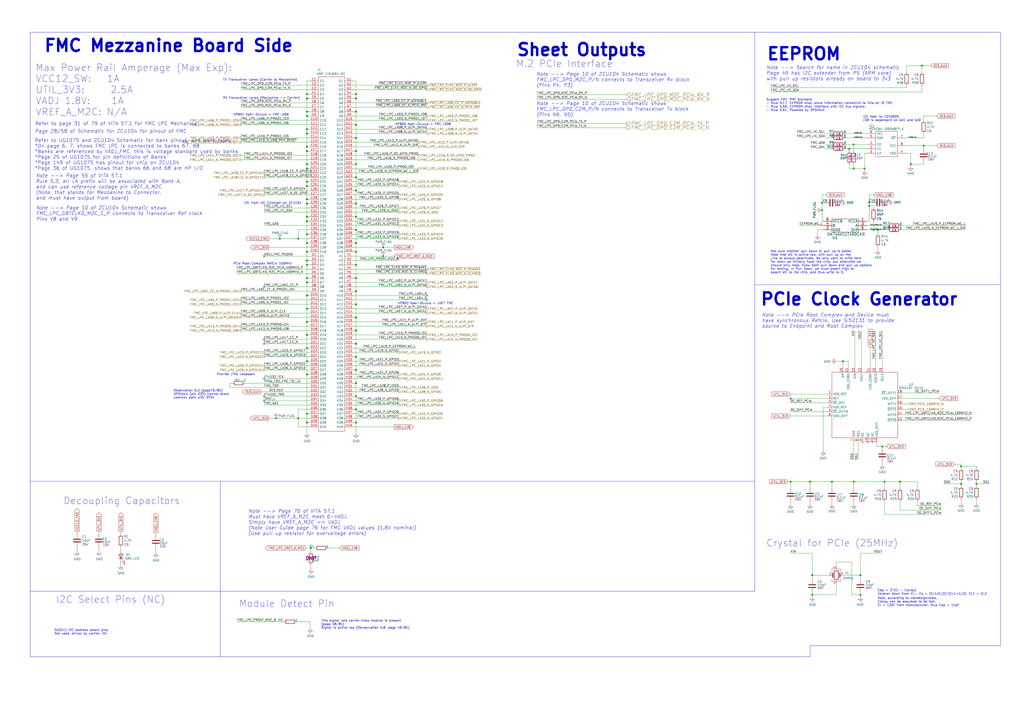
<source format=kicad_sch>
(kicad_sch (version 20230121) (generator eeschema)
  (paper "A2")
  (title_block (title "VincuLink FMC") (date "2023-03-18") (rev "1.0") (company "ApotheoTech LLC") (comment 1 "Author: Chance Reimer") (comment 2 "FMC for M.2 Key E") (comment 3 "Pi Hats, and Digilent PMOD connectors"))
  (junction (at 178.054 85.09))
  (junction (at 504.19 117.475))
  (junction (at 178.054 163.83))
  (junction (at 178.054 151.13))
  (junction (at 206.502 176.53))
  (junction (at 178.054 135.89))
  (junction (at 172.974 138.43))
  (junction (at 206.502 146.05))
  (junction (at 506.73 133.35))
  (junction (at 206.502 64.77))
  (junction (at 482.6 279.4))
  (junction (at 206.502 222.25))
  (junction (at 222.25 148.59))
  (junction (at 499.11 345.059))
  (junction (at 206.502 184.15))
  (junction (at 206.502 140.97))
  (junction (at 206.502 110.49))
  (junction (at 206.502 102.87))
  (junction (at 178.054 105.41))
  (junction (at 206.502 95.25))
  (junction (at 528.32 95.25))
  (junction (at 206.502 72.39))
  (junction (at 178.054 161.29))
  (junction (at 178.054 209.55))
  (junction (at 206.502 237.49))
  (junction (at 206.502 214.63))
  (junction (at 178.054 128.27))
  (junction (at 206.502 199.39))
  (junction (at 206.502 229.87))
  (junction (at 557.53 280.67))
  (junction (at 178.054 240.03))
  (junction (at 557.53 270.51))
  (junction (at 535.813 84.455))
  (junction (at 458.597 279.4))
  (junction (at 206.502 191.77))
  (junction (at 469.9 279.4))
  (junction (at 206.502 245.11))
  (junction (at 178.054 140.97))
  (junction (at 178.054 77.47))
  (junction (at 178.054 179.07))
  (junction (at 471.17 333.629))
  (junction (at 206.502 118.11))
  (junction (at 178.054 97.79))
  (junction (at 222.25 143.51))
  (junction (at 495.173 83.82))
  (junction (at 499.11 333.629))
  (junction (at 206.502 54.61))
  (junction (at 476.885 117.602))
  (junction (at 522.097 279.4))
  (junction (at 513.08 279.4))
  (junction (at 206.502 57.15))
  (junction (at 178.054 107.95))
  (junction (at 501.523 97.79))
  (junction (at 178.054 186.69))
  (junction (at 509.27 133.35))
  (junction (at 504.19 119.38))
  (junction (at 495.173 97.79))
  (junction (at 178.054 67.31))
  (junction (at 206.502 168.91))
  (junction (at 495.3 279.4))
  (junction (at 180.34 317.881))
  (junction (at 178.054 217.17))
  (junction (at 162.306 138.43))
  (junction (at 471.17 345.059))
  (junction (at 160.147 242.57))
  (junction (at 178.054 118.11))
  (junction (at 178.054 194.31))
  (junction (at 178.054 64.77))
  (junction (at 206.502 125.73))
  (junction (at 172.974 242.57))
  (junction (at 178.054 87.63))
  (junction (at 178.054 115.57))
  (junction (at 492.633 86.36))
  (junction (at 534.797 38.1))
  (junction (at 178.054 54.61))
  (junction (at 178.054 125.73))
  (junction (at 206.502 161.29))
  (junction (at 476.885 121.92))
  (junction (at 511.81 258.953))
  (junction (at 206.502 80.01))
  (junction (at 206.502 133.35))
  (junction (at 178.054 245.11))
  (junction (at 178.054 146.05))
  (junction (at 178.054 74.93))
  (junction (at 178.054 171.45))
  (junction (at 178.054 95.25))
  (junction (at 206.502 207.01))
  (junction (at 206.502 153.67))
  (junction (at 488.95 209.55))
  (junction (at 566.42 280.67))
  (junction (at 178.054 201.93))
  (junction (at 178.054 57.15))
  (junction (at 206.502 87.63))
  (junction (at 178.054 153.67))
  (no_connect (at 247.65 173.99))
  (no_connect (at 458.47 231.14))
  (no_connect (at 153.162 148.59))
  (no_connect (at 153.162 229.87))
  (no_connect (at 153.162 199.39))
  (no_connect (at 247.65 171.45))
  (no_connect (at 153.162 196.85))
  (no_connect (at 153.162 219.71))
  (no_connect (at 153.162 166.37))
  (no_connect (at 153.162 232.41))
  (wire (pts (xy 511.81 213.36) (xy 511.81 191.77)))
  (wire (pts (xy 178.054 153.67) (xy 178.054 161.29)))
  (wire (pts (xy 204.978 163.83) (xy 247.65 163.83)))
  (wire (pts (xy 172.974 133.35) (xy 179.578 133.35)))
  (wire (pts (xy 44.704 308.229) (xy 44.704 309.753)))
  (wire (pts (xy 206.502 102.87) (xy 204.978 102.87)))
  (wire (pts (xy 522.097 279.4) (xy 522.097 283.21)))
  (wire (pts (xy 478.663 80.01) (xy 482.473 80.01)))
  (wire (pts (xy 178.054 87.63) (xy 178.054 95.25)))
  (wire (pts (xy 495.3 279.4) (xy 513.08 279.4)))
  (wire (pts (xy 178.054 105.41) (xy 178.054 107.95)))
  (wire (pts (xy 178.054 115.57) (xy 178.054 118.11)))
  (wire (pts (xy 178.054 97.79) (xy 179.578 97.79)))
  (wire (pts (xy 206.502 64.77) (xy 204.978 64.77)))
  (wire (pts (xy 311.531 74.041) (xy 363.601 74.041)))
  (wire (pts (xy 204.978 92.71) (xy 242.697 92.71)))
  (wire (pts (xy 178.054 128.27) (xy 178.054 135.89)))
  (polyline (pts (xy 17.526 18.796) (xy 437.769 18.796)))
  (wire (pts (xy 133.35 222.25) (xy 134.62 222.25)))
  (wire (pts (xy 153.162 219.71) (xy 179.578 219.71)))
  (wire (pts (xy 492.633 97.79) (xy 495.173 97.79)))
  (wire (pts (xy 178.054 209.55) (xy 179.578 209.55)))
  (wire (pts (xy 178.054 146.05) (xy 178.054 151.13)))
  (wire (pts (xy 153.162 204.47) (xy 179.578 204.47)))
  (wire (pts (xy 178.054 107.95) (xy 178.054 115.57)))
  (wire (pts (xy 228.6 148.59) (xy 222.25 148.59)))
  (wire (pts (xy 137.541 360.68) (xy 164.465 360.68)))
  (wire (pts (xy 477.52 128.27) (xy 476.885 128.27)))
  (wire (pts (xy 139.7 80.01) (xy 179.578 80.01)))
  (wire (pts (xy 179.578 46.99) (xy 178.054 46.99)))
  (wire (pts (xy 474.218 133.35) (xy 474.218 136.398)))
  (wire (pts (xy 476.885 117.602) (xy 476.885 121.92)))
  (wire (pts (xy 204.978 143.51) (xy 222.25 143.51)))
  (wire (pts (xy 482.6 279.4) (xy 495.3 279.4)))
  (wire (pts (xy 566.42 280.67) (xy 574.04 280.67)))
  (wire (pts (xy 204.978 204.47) (xy 231.394 204.47)))
  (wire (pts (xy 206.502 95.25) (xy 206.502 102.87)))
  (wire (pts (xy 523.24 237.49) (xy 527.05 237.49)))
  (wire (pts (xy 178.054 161.29) (xy 178.054 163.83)))
  (wire (pts (xy 153.162 100.33) (xy 179.578 100.33)))
  (wire (pts (xy 523.24 234.315) (xy 527.05 234.315)))
  (wire (pts (xy 204.978 219.71) (xy 231.394 219.71)))
  (wire (pts (xy 458.597 292.608) (xy 458.597 290.83)))
  (wire (pts (xy 206.502 176.53) (xy 206.502 184.15)))
  (wire (pts (xy 172.974 138.43) (xy 179.578 138.43)))
  (wire (pts (xy 458.47 320.929) (xy 471.17 320.929)))
  (polyline (pts (xy 17.526 343.027) (xy 437.769 343.027)))
  (wire (pts (xy 204.978 90.17) (xy 242.697 90.17)))
  (wire (pts (xy 501.523 88.9) (xy 501.523 97.79)))
  (wire (pts (xy 172.974 242.57) (xy 179.578 242.57)))
  (wire (pts (xy 471.17 333.629) (xy 471.17 336.169)))
  (wire (pts (xy 204.978 97.79) (xy 242.697 97.79)))
  (wire (pts (xy 495.173 83.82) (xy 490.093 83.82)))
  (wire (pts (xy 206.502 229.87) (xy 204.978 229.87)))
  (wire (pts (xy 204.978 151.13) (xy 231.394 151.13)))
  (wire (pts (xy 178.054 179.07) (xy 178.054 186.69)))
  (wire (pts (xy 206.502 184.15) (xy 206.502 191.77)))
  (wire (pts (xy 502.793 88.9) (xy 501.523 88.9)))
  (wire (pts (xy 206.502 110.49) (xy 206.502 118.11)))
  (wire (pts (xy 179.959 360.68) (xy 179.959 364.49)))
  (wire (pts (xy 153.162 207.01) (xy 179.578 207.01)))
  (polyline (pts (xy 437.769 18.796) (xy 580.39 18.796)))
  (wire (pts (xy 178.054 194.31) (xy 179.578 194.31)))
  (wire (pts (xy 139.7 176.53) (xy 179.578 176.53)))
  (wire (pts (xy 155.956 242.57) (xy 160.147 242.57)))
  (wire (pts (xy 206.502 133.35) (xy 206.502 140.97)))
  (wire (pts (xy 501.523 97.79) (xy 501.523 99.06)))
  (wire (pts (xy 511.81 258.953) (xy 511.81 260.35)))
  (wire (pts (xy 447.04 50.8) (xy 525.907 50.8)))
  (wire (pts (xy 311.531 57.531) (xy 363.601 57.531)))
  (wire (pts (xy 206.502 214.63) (xy 206.502 222.25)))
  (wire (pts (xy 206.502 245.11) (xy 204.978 245.11)))
  (wire (pts (xy 139.7 62.23) (xy 179.578 62.23)))
  (wire (pts (xy 523.24 227.965) (xy 544.83 227.965)))
  (wire (pts (xy 137.16 156.21) (xy 179.578 156.21)))
  (wire (pts (xy 206.502 110.49) (xy 204.978 110.49)))
  (wire (pts (xy 178.054 186.69) (xy 179.578 186.69)))
  (wire (pts (xy 206.502 191.77) (xy 204.978 191.77)))
  (wire (pts (xy 204.978 115.57) (xy 231.394 115.57)))
  (wire (pts (xy 139.7 72.39) (xy 179.578 72.39)))
  (wire (pts (xy 178.054 240.03) (xy 178.054 245.11)))
  (wire (pts (xy 139.827 59.69) (xy 179.578 59.69)))
  (wire (pts (xy 153.162 199.39) (xy 179.578 199.39)))
  (wire (pts (xy 514.858 130.81) (xy 502.92 130.81)))
  (wire (pts (xy 178.054 87.63) (xy 179.578 87.63)))
  (wire (pts (xy 139.7 189.23) (xy 179.578 189.23)))
  (wire (pts (xy 153.162 120.65) (xy 179.578 120.65)))
  (wire (pts (xy 311.531 54.991) (xy 363.601 54.991)))
  (wire (pts (xy 535.813 67.31) (xy 535.813 69.85)))
  (wire (pts (xy 153.162 212.09) (xy 179.578 212.09)))
  (wire (pts (xy 502.92 128.27) (xy 504.19 128.27)))
  (wire (pts (xy 178.054 245.11) (xy 178.054 251.46)))
  (wire (pts (xy 471.17 320.929) (xy 471.17 333.629)))
  (wire (pts (xy 178.054 125.73) (xy 179.578 125.73)))
  (wire (pts (xy 204.978 120.65) (xy 231.394 120.65)))
  (wire (pts (xy 499.11 345.059) (xy 499.11 346.329)))
  (wire (pts (xy 478.663 83.82) (xy 482.473 83.82)))
  (wire (pts (xy 139.7 82.55) (xy 179.578 82.55)))
  (wire (pts (xy 522.097 290.83) (xy 522.097 295.91)))
  (wire (pts (xy 204.978 67.31) (xy 247.65 67.31)))
  (wire (pts (xy 471.17 345.059) (xy 471.17 346.329)))
  (wire (pts (xy 133.35 224.79) (xy 133.35 222.25)))
  (polyline (pts (xy 469.9 374.65) (xy 469.9 381)))
  (wire (pts (xy 206.502 245.11) (xy 206.502 251.46)))
  (wire (pts (xy 206.502 153.67) (xy 206.502 161.29)))
  (wire (pts (xy 515.112 117.475) (xy 513.334 117.475)))
  (wire (pts (xy 478.663 86.36) (xy 482.473 86.36)))
  (polyline (pts (xy 127.762 279.146) (xy 127.762 381)))
  (wire (pts (xy 458.47 228.6) (xy 480.06 228.6)))
  (wire (pts (xy 139.7 173.99) (xy 179.578 173.99)))
  (wire (pts (xy 139.827 181.61) (xy 179.578 181.61)))
  (wire (pts (xy 178.054 201.93) (xy 179.578 201.93)))
  (wire (pts (xy 525.907 49.53) (xy 525.907 50.8)))
  (wire (pts (xy 525.907 38.1) (xy 534.797 38.1)))
  (wire (pts (xy 471.17 343.789) (xy 471.17 345.059)))
  (wire (pts (xy 557.53 280.67) (xy 557.53 279.4)))
  (wire (pts (xy 458.597 279.4) (xy 458.597 283.21)))
  (wire (pts (xy 178.054 54.61) (xy 178.054 57.15)))
  (wire (pts (xy 204.978 224.79) (xy 231.394 224.79)))
  (wire (pts (xy 182.499 317.881) (xy 180.34 317.881)))
  (wire (pts (xy 90.424 310.515) (xy 90.424 308.991)))
  (wire (pts (xy 490.093 80.01) (xy 502.793 80.01)))
  (wire (pts (xy 495.173 97.79) (xy 501.523 97.79)))
  (wire (pts (xy 534.797 38.1) (xy 534.797 41.91)))
  (wire (pts (xy 204.978 113.03) (xy 231.394 113.03)))
  (wire (pts (xy 206.502 146.05) (xy 204.978 146.05)))
  (wire (pts (xy 178.054 57.15) (xy 178.054 64.77)))
  (wire (pts (xy 204.978 123.19) (xy 231.394 123.19)))
  (wire (pts (xy 534.797 49.53) (xy 534.797 53.34)))
  (wire (pts (xy 311.531 71.501) (xy 363.601 71.501)))
  (wire (pts (xy 204.978 130.81) (xy 231.394 130.81)))
  (wire (pts (xy 178.054 85.09) (xy 178.054 87.63)))
  (wire (pts (xy 160.147 242.57) (xy 172.974 242.57)))
  (wire (pts (xy 139.7 69.85) (xy 179.578 69.85)))
  (wire (pts (xy 457.2 279.4) (xy 458.597 279.4)))
  (wire (pts (xy 469.9 292.608) (xy 469.9 290.83)))
  (wire (pts (xy 204.978 138.43) (xy 231.394 138.43)))
  (wire (pts (xy 505.714 117.475) (xy 504.19 117.475)))
  (wire (pts (xy 180.34 320.04) (xy 180.34 317.881)))
  (wire (pts (xy 458.47 241.3) (xy 480.06 241.3)))
  (wire (pts (xy 495.3 292.608) (xy 495.3 290.83)))
  (wire (pts (xy 178.054 67.31) (xy 178.054 74.93)))
  (wire (pts (xy 206.502 199.39) (xy 206.502 207.01)))
  (wire (pts (xy 178.054 125.73) (xy 178.054 128.27)))
  (wire (pts (xy 137.16 158.75) (xy 179.578 158.75)))
  (wire (pts (xy 485.14 328.549) (xy 485.14 326.009)))
  (wire (pts (xy 204.978 189.23) (xy 247.523 189.23)))
  (wire (pts (xy 494.03 345.059) (xy 499.11 345.059)))
  (wire (pts (xy 178.054 135.89) (xy 178.054 140.97)))
  (wire (pts (xy 206.502 207.01) (xy 206.502 214.63)))
  (wire (pts (xy 514.223 258.953) (xy 511.81 258.953)))
  (wire (pts (xy 206.502 118.11) (xy 204.978 118.11)))
  (wire (pts (xy 155.956 143.51) (xy 179.578 143.51)))
  (wire (pts (xy 458.47 233.68) (xy 480.06 233.68)))
  (wire (pts (xy 528.32 95.25) (xy 528.32 96.52)))
  (wire (pts (xy 206.502 72.39) (xy 204.978 72.39)))
  (wire (pts (xy 206.502 140.97) (xy 204.978 140.97)))
  (wire (pts (xy 204.978 156.21) (xy 247.65 156.21)))
  (wire (pts (xy 178.054 97.79) (xy 178.054 105.41)))
  (wire (pts (xy 204.978 181.61) (xy 247.65 181.61)))
  (wire (pts (xy 139.7 52.07) (xy 179.578 52.07)))
  (wire (pts (xy 502.793 83.82) (xy 495.173 83.82)))
  (wire (pts (xy 178.054 74.93) (xy 178.054 77.47)))
  (wire (pts (xy 490.093 77.47) (xy 502.793 77.47)))
  (wire (pts (xy 508.635 258.953) (xy 508.635 256.54)))
  (wire (pts (xy 178.054 217.17) (xy 179.578 217.17)))
  (wire (pts (xy 142.24 222.25) (xy 179.578 222.25)))
  (wire (pts (xy 204.978 69.85) (xy 247.65 69.85)))
  (wire (pts (xy 522.097 295.91) (xy 546.1 295.91)))
  (polyline (pts (xy 17.526 18.796) (xy 17.526 381)))
  (wire (pts (xy 204.978 217.17) (xy 231.394 217.17)))
  (wire (pts (xy 204.978 173.99) (xy 247.65 173.99)))
  (wire (pts (xy 508 213.36) (xy 508 191.77)))
  (wire (pts (xy 206.502 125.73) (xy 206.502 133.35)))
  (wire (pts (xy 206.502 102.87) (xy 206.502 110.49)))
  (wire (pts (xy 178.054 171.45) (xy 178.054 179.07)))
  (wire (pts (xy 178.054 105.41) (xy 179.578 105.41)))
  (wire (pts (xy 153.162 196.85) (xy 179.578 196.85)))
  (wire (pts (xy 494.03 326.009) (xy 494.03 345.059)))
  (wire (pts (xy 190.119 317.881) (xy 196.977 317.881)))
  (wire (pts (xy 485.14 345.059) (xy 485.14 338.709)))
  (wire (pts (xy 523.24 231.14) (xy 544.83 231.14)))
  (wire (pts (xy 179.578 237.49) (xy 172.974 237.49)))
  (wire (pts (xy 172.974 242.57) (xy 172.974 237.49)))
  (wire (pts (xy 178.054 95.25) (xy 178.054 97.79)))
  (wire (pts (xy 522.097 279.4) (xy 532.13 279.4)))
  (wire (pts (xy 204.978 105.41) (xy 231.394 105.41)))
  (wire (pts (xy 485.14 209.55) (xy 488.95 209.55)))
  (wire (pts (xy 522.478 133.35) (xy 560.197 133.35)))
  (wire (pts (xy 504.19 117.475) (xy 504.19 113.03)))
  (wire (pts (xy 499.11 336.169) (xy 499.11 333.629)))
  (wire (pts (xy 204.978 240.03) (xy 231.394 240.03)))
  (wire (pts (xy 178.054 74.93) (xy 179.578 74.93)))
  (wire (pts (xy 178.054 209.55) (xy 178.054 217.17)))
  (polyline (pts (xy 437.769 18.796) (xy 437.769 343.027)))
  (wire (pts (xy 458.47 231.14) (xy 480.06 231.14)))
  (wire (pts (xy 206.502 80.01) (xy 204.978 80.01)))
  (wire (pts (xy 206.502 161.29) (xy 204.978 161.29)))
  (wire (pts (xy 206.502 222.25) (xy 204.978 222.25)))
  (wire (pts (xy 469.9 279.4) (xy 482.6 279.4)))
  (wire (pts (xy 178.054 161.29) (xy 179.578 161.29)))
  (wire (pts (xy 482.6 279.4) (xy 482.6 283.21)))
  (wire (pts (xy 204.978 148.59) (xy 222.25 148.59)))
  (wire (pts (xy 492.125 209.55) (xy 488.95 209.55)))
  (wire (pts (xy 178.054 201.93) (xy 178.054 209.55)))
  (wire (pts (xy 206.502 80.01) (xy 206.502 87.63)))
  (wire (pts (xy 204.978 74.93) (xy 247.65 74.93)))
  (wire (pts (xy 178.054 163.83) (xy 178.054 171.45)))
  (wire (pts (xy 178.054 146.05) (xy 179.578 146.05)))
  (wire (pts (xy 492.633 86.36) (xy 492.633 87.63)))
  (wire (pts (xy 204.978 128.27) (xy 231.394 128.27)))
  (wire (pts (xy 204.978 135.89) (xy 231.394 135.89)))
  (wire (pts (xy 471.17 345.059) (xy 485.14 345.059)))
  (wire (pts (xy 488.95 209.55) (xy 488.95 213.36)))
  (polyline (pts (xy 17.526 279.146) (xy 437.769 279.146)))
  (wire (pts (xy 204.978 186.69) (xy 247.65 186.69)))
  (wire (pts (xy 506.73 128.27) (xy 506.73 133.35)))
  (wire (pts (xy 478.409 117.602) (xy 476.885 117.602)))
  (wire (pts (xy 206.502 222.25) (xy 206.502 229.87)))
  (wire (pts (xy 476.885 113.03) (xy 476.885 117.602)))
  (wire (pts (xy 178.054 194.31) (xy 178.054 201.93)))
  (wire (pts (xy 178.054 151.13) (xy 179.578 151.13)))
  (wire (pts (xy 178.054 245.11) (xy 179.578 245.11)))
  (wire (pts (xy 206.502 176.53) (xy 204.978 176.53)))
  (wire (pts (xy 178.054 171.45) (xy 179.578 171.45)))
  (wire (pts (xy 525.653 80.01) (xy 535.813 80.01)))
  (wire (pts (xy 178.054 186.69) (xy 178.054 194.31)))
  (wire (pts (xy 509.27 135.636) (xy 509.27 133.35)))
  (wire (pts (xy 206.502 125.73) (xy 204.978 125.73)))
  (wire (pts (xy 178.054 153.67) (xy 179.578 153.67)))
  (wire (pts (xy 513.08 290.83) (xy 513.08 298.45)))
  (wire (pts (xy 532.13 290.83) (xy 532.13 293.37)))
  (wire (pts (xy 495.173 95.25) (xy 495.173 97.79)))
  (wire (pts (xy 506.73 120.65) (xy 506.73 119.38)))
  (wire (pts (xy 206.502 64.77) (xy 206.502 72.39)))
  (wire (pts (xy 178.054 217.17) (xy 178.054 240.03)))
  (wire (pts (xy 133.35 224.79) (xy 179.578 224.79)))
  (wire (pts (xy 532.13 293.37) (xy 546.1 293.37)))
  (wire (pts (xy 204.978 209.55) (xy 231.394 209.55)))
  (wire (pts (xy 153.162 166.37) (xy 179.578 166.37)))
  (wire (pts (xy 206.502 72.39) (xy 206.502 80.01)))
  (wire (pts (xy 206.502 87.63) (xy 204.978 87.63)))
  (wire (pts (xy 206.502 54.61) (xy 206.502 57.15)))
  (wire (pts (xy 499.11 320.929) (xy 499.11 333.629)))
  (wire (pts (xy 206.502 237.49) (xy 206.502 245.11)))
  (wire (pts (xy 153.162 234.95) (xy 179.578 234.95)))
  (wire (pts (xy 495.3 256.54) (xy 495.3 266.7)))
  (wire (pts (xy 153.162 214.63) (xy 179.578 214.63)))
  (polyline (pts (xy 580.39 374.65) (xy 469.9 374.65)))
  (wire (pts (xy 204.978 194.31) (xy 247.65 194.31)))
  (wire (pts (xy 204.978 171.45) (xy 247.65 171.45)))
  (wire (pts (xy 204.978 100.33) (xy 242.824 100.33)))
  (wire (pts (xy 178.054 151.13) (xy 178.054 153.67)))
  (wire (pts (xy 535.813 84.455) (xy 543.433 84.455)))
  (wire (pts (xy 178.054 95.25) (xy 179.578 95.25)))
  (wire (pts (xy 499.11 343.789) (xy 499.11 345.059)))
  (wire (pts (xy 528.32 88.9) (xy 525.653 88.9)))
  (wire (pts (xy 523.24 243.84) (xy 563.753 243.84)))
  (wire (pts (xy 480.06 236.22) (xy 477.52 236.22)))
  (wire (pts (xy 469.9 279.4) (xy 469.9 283.21)))
  (wire (pts (xy 204.978 52.07) (xy 247.65 52.07)))
  (wire (pts (xy 178.054 163.83) (xy 179.578 163.83)))
  (wire (pts (xy 206.502 191.77) (xy 206.502 199.39)))
  (wire (pts (xy 504.19 119.38) (xy 504.19 128.27)))
  (wire (pts (xy 206.502 184.15) (xy 204.978 184.15)))
  (wire (pts (xy 487.807 117.602) (xy 486.029 117.602)))
  (wire (pts (xy 511.81 269.748) (xy 511.81 267.97)))
  (wire (pts (xy 204.978 77.47) (xy 247.65 77.47)))
  (wire (pts (xy 139.573 90.17) (xy 179.578 90.17)))
  (wire (pts (xy 477.52 236.22) (xy 477.52 261.62)))
  (wire (pts (xy 57.404 309.753) (xy 57.404 308.229)))
  (wire (pts (xy 476.885 121.92) (xy 476.885 128.27)))
  (wire (pts (xy 513.08 279.4) (xy 513.08 283.21)))
  (wire (pts (xy 206.502 237.49) (xy 204.978 237.49)))
  (wire (pts (xy 525.907 41.91) (xy 525.907 38.1)))
  (wire (pts (xy 204.978 166.37) (xy 247.65 166.37)))
  (wire (pts (xy 180.34 327.66) (xy 180.34 330.2)))
  (wire (pts (xy 447.04 53.34) (xy 534.797 53.34)))
  (wire (pts (xy 499.11 320.929) (xy 511.81 320.929)))
  (wire (pts (xy 204.978 227.33) (xy 231.394 227.33)))
  (wire (pts (xy 204.978 107.95) (xy 231.394 107.95)))
  (wire (pts (xy 458.47 238.76) (xy 480.06 238.76)))
  (wire (pts (xy 206.502 133.35) (xy 204.978 133.35)))
  (wire (pts (xy 153.162 229.87) (xy 179.578 229.87)))
  (wire (pts (xy 204.978 85.09) (xy 242.57 85.09)))
  (wire (pts (xy 178.054 118.11) (xy 178.054 125.73)))
  (wire (pts (xy 502.92 133.35) (xy 506.73 133.35)))
  (wire (pts (xy 139.827 49.53) (xy 179.578 49.53)))
  (wire (pts (xy 509.27 133.35) (xy 514.858 133.35)))
  (wire (pts (xy 477.52 133.35) (xy 474.218 133.35)))
  (wire (pts (xy 179.578 247.65) (xy 172.974 247.65)))
  (wire (pts (xy 204.978 242.57) (xy 231.394 242.57)))
  (wire (pts (xy 206.502 161.29) (xy 206.502 168.91)))
  (wire (pts (xy 525.653 84.455) (xy 535.813 84.455)))
  (wire (pts (xy 204.978 179.07) (xy 247.65 179.07)))
  (wire (pts (xy 557.53 269.24) (xy 557.53 270.51)))
  (wire (pts (xy 90.424 318.135) (xy 90.424 320.675)))
  (wire (pts (xy 497.84 256.54) (xy 497.84 266.7)))
  (wire (pts (xy 206.502 168.91) (xy 206.502 176.53)))
  (wire (pts (xy 543.433 67.31) (xy 535.813 67.31)))
  (wire (pts (xy 566.42 289.56) (xy 566.42 292.1)))
  (wire (pts (xy 178.054 64.77) (xy 179.578 64.77)))
  (wire (pts (xy 557.53 271.78) (xy 557.53 270.51)))
  (wire (pts (xy 44.704 317.373) (xy 44.704 319.913)))
  (wire (pts (xy 557.53 280.67) (xy 557.53 281.94)))
  (wire (pts (xy 70.104 318.897) (xy 70.104 317.373)))
  (wire (pts (xy 513.08 298.45) (xy 546.1 298.45)))
  (wire (pts (xy 553.72 269.24) (xy 557.53 269.24)))
  (wire (pts (xy 153.162 102.87) (xy 179.578 102.87)))
  (wire (pts (xy 504.19 117.475) (xy 504.19 119.38)))
  (wire (pts (xy 495.173 83.82) (xy 495.173 87.63)))
  (wire (pts (xy 206.502 168.91) (xy 204.978 168.91)))
  (wire (pts (xy 178.054 77.47) (xy 178.054 85.09)))
  (wire (pts (xy 547.37 280.67) (xy 557.53 280.67)))
  (wire (pts (xy 522.478 130.81) (xy 560.197 130.81)))
  (wire (pts (xy 204.978 59.69) (xy 247.65 59.69)))
  (wire (pts (xy 204.978 46.99) (xy 206.502 46.99)))
  (wire (pts (xy 528.32 88.9) (xy 528.32 95.25)))
  (wire (pts (xy 139.7 191.77) (xy 179.578 191.77)))
  (wire (pts (xy 178.054 128.27) (xy 179.578 128.27)))
  (wire (pts (xy 153.162 148.59) (xy 179.578 148.59)))
  (wire (pts (xy 206.502 118.11) (xy 206.502 125.73)))
  (wire (pts (xy 566.42 279.4) (xy 566.42 280.67)))
  (wire (pts (xy 206.502 153.67) (xy 204.978 153.67)))
  (wire (pts (xy 151.13 227.33) (xy 179.578 227.33)))
  (wire (pts (xy 162.306 138.43) (xy 155.956 138.43)))
  (wire (pts (xy 495.935 191.77) (xy 495.935 213.36)))
  (wire (pts (xy 172.974 247.65) (xy 172.974 242.57)))
  (wire (pts (xy 178.054 118.11) (xy 179.578 118.11)))
  (wire (pts (xy 482.6 292.608) (xy 482.6 290.83)))
  (wire (pts (xy 204.978 234.95) (xy 231.394 234.95)))
  (wire (pts (xy 70.104 309.753) (xy 70.104 308.229)))
  (polyline (pts (xy 437.769 165.1) (xy 580.39 165.1)))
  (wire (pts (xy 228.6 143.51) (xy 222.25 143.51)))
  (wire (pts (xy 206.502 229.87) (xy 206.502 237.49)))
  (wire (pts (xy 178.054 240.03) (xy 179.578 240.03)))
  (wire (pts (xy 511.81 258.953) (xy 508.635 258.953)))
  (wire (pts (xy 206.502 214.63) (xy 204.978 214.63)))
  (wire (pts (xy 180.34 317.881) (xy 177.165 317.881)))
  (wire (pts (xy 492.633 86.36) (xy 490.093 86.36)))
  (wire (pts (xy 495.3 279.4) (xy 495.3 283.21)))
  (wire (pts (xy 206.502 207.01) (xy 204.978 207.01)))
  (wire (pts (xy 153.162 110.49) (xy 179.578 110.49)))
  (wire (pts (xy 485.14 326.009) (xy 494.03 326.009)))
  (wire (pts (xy 535.813 77.47) (xy 535.813 80.01)))
  (wire (pts (xy 172.974 133.35) (xy 172.974 138.43)))
  (wire (pts (xy 509.27 143.256) (xy 509.27 145.288)))
  (wire (pts (xy 153.162 123.19) (xy 179.578 123.19)))
  (wire (pts (xy 504.825 213.36) (xy 504.825 201.803)))
  (wire (pts (xy 178.054 77.47) (xy 179.578 77.47)))
  (polyline (pts (xy 127.762 381) (xy 17.526 381)))
  (wire (pts (xy 204.978 247.65) (xy 228.6 247.65)))
  (wire (pts (xy 204.978 232.41) (xy 231.394 232.41)))
  (wire (pts (xy 153.162 113.03) (xy 179.578 113.03)))
  (wire (pts (xy 504.19 113.03) (xy 506.73 113.03)))
  (wire (pts (xy 476.885 113.03) (xy 479.171 113.03)))
  (wire (pts (xy 206.502 54.61) (xy 204.978 54.61)))
  (wire (pts (xy 566.42 280.67) (xy 566.42 281.94)))
  (wire (pts (xy 478.663 77.47) (xy 482.473 77.47)))
  (wire (pts (xy 532.13 279.4) (xy 532.13 283.21)))
  (wire (pts (xy 178.054 64.77) (xy 178.054 67.31)))
  (wire (pts (xy 534.797 38.1) (xy 539.877 38.1)))
  (wire (pts (xy 178.054 46.99) (xy 178.054 54.61)))
  (wire (pts (xy 206.502 140.97) (xy 206.502 146.05)))
  (wire (pts (xy 557.53 270.51) (xy 566.42 270.51)))
  (wire (pts (xy 162.306 138.43) (xy 172.974 138.43)))
  (wire (pts (xy 557.53 289.56) (xy 557.53 292.1)))
  (wire (pts (xy 204.978 82.55) (xy 242.57 82.55)))
  (wire (pts (xy 488.95 333.629) (xy 499.11 333.629)))
  (wire (pts (xy 178.054 140.97) (xy 178.054 146.05)))
  (wire (pts (xy 70.104 326.517) (xy 70.104 328.041)))
  (wire (pts (xy 502.793 86.36) (xy 492.633 86.36)))
  (wire (pts (xy 506.73 133.35) (xy 509.27 133.35)))
  (wire (pts (xy 178.054 135.89) (xy 179.578 135.89)))
  (wire (pts (xy 535.813 84.455) (xy 535.813 86.36)))
  (wire (pts (xy 204.978 212.09) (xy 231.394 212.09)))
  (wire (pts (xy 204.978 158.75) (xy 247.65 158.75)))
  (wire (pts (xy 535.813 95.25) (xy 535.813 93.98)))
  (wire (pts (xy 566.42 270.51) (xy 566.42 271.78)))
  (wire (pts (xy 139.7 184.15) (xy 179.578 184.15)))
  (wire (pts (xy 499.745 213.36) (xy 499.745 191.77)))
  (wire (pts (xy 178.054 107.95) (xy 179.578 107.95)))
  (wire (pts (xy 523.24 240.665) (xy 563.753 240.665)))
  (wire (pts (xy 139.7 168.91) (xy 179.578 168.91)))
  (wire (pts (xy 206.502 87.63) (xy 206.502 95.25)))
  (wire (pts (xy 206.502 146.05) (xy 206.502 153.67)))
  (wire (pts (xy 178.054 115.57) (xy 179.578 115.57)))
  (wire (pts (xy 178.054 179.07) (xy 179.578 179.07)))
  (wire (pts (xy 206.502 95.25) (xy 204.978 95.25)))
  (wire (pts (xy 178.054 140.97) (xy 179.578 140.97)))
  (wire (pts (xy 172.085 360.68) (xy 179.959 360.68)))
  (wire (pts (xy 458.597 279.4) (xy 469.9 279.4)))
  (wire (pts (xy 57.404 317.373) (xy 57.404 319.913)))
  (wire (pts (xy 139.573 92.71) (xy 179.578 92.71)))
  (wire (pts (xy 153.162 232.41) (xy 179.578 232.41)))
  (wire (pts (xy 204.978 62.23) (xy 247.65 62.23)))
  (wire (pts (xy 513.08 279.4) (xy 522.097 279.4)))
  (wire (pts (xy 506.73 119.38) (xy 504.19 119.38)))
  (wire (pts (xy 178.054 67.31) (xy 179.578 67.31)))
  (wire (pts (xy 481.33 333.629) (xy 471.17 333.629)))
  (wire (pts (xy 153.162 130.81) (xy 179.578 130.81)))
  (wire (pts (xy 178.054 85.09) (xy 179.578 85.09)))
  (wire (pts (xy 178.054 57.15) (xy 179.578 57.15)))
  (wire (pts (xy 206.502 199.39) (xy 204.978 199.39)))
  (wire (pts (xy 204.978 196.85) (xy 247.523 196.85)))
  (wire (pts (xy 204.978 49.53) (xy 247.65 49.53)))
  (wire (pts (xy 528.32 95.25) (xy 535.813 95.25)))
  (wire (pts (xy 206.502 57.15) (xy 204.978 57.15)))
  (wire (pts (xy 178.054 54.61) (xy 179.578 54.61)))
  (wire (pts (xy 492.125 213.36) (xy 492.125 209.55)))
  (wire (pts (xy 206.502 57.15) (xy 206.502 64.77)))
  (wire (pts (xy 492.633 95.25) (xy 492.633 97.79)))
  (polyline (pts (xy 580.39 18.796) (xy 580.39 374.65)))
  (wire (pts (xy 206.502 46.99) (xy 206.502 54.61)))
  (wire (pts (xy 463.677 130.81) (xy 477.52 130.81)))
  (wire (pts (xy 204.978 201.93) (xy 241.173 201.93)))
  (polyline (pts (xy 469.9 381) (xy 127.762 381)))
  (text "M.2 PCIe Interface" (at 299.339 39.497 0) (effects (font (size 3.9878 3.9878)) (justify left bottom)))
  (text "Note --> Page 10 of ZCU104 Schematic shows \nFMC_LPC_DP0_M2C_P/N connects to Transceiver Rx block \n(Pins P4, P3)" (at 311.15 50.8 0) (effects (font (size 2.0066 2.0066) italic) (justify left bottom)))
  (text "Crystal for PCIe (25MHz)" (at 444.5 317.5 0) (effects (font (size 3.9878 3.9878)) (justify left bottom)))
  (text "I2C Select Pins (NC)" (at 32.385 350.266 0) (effects (font (size 3.9878 3.9878)) (justify left bottom)))
  (text "Module Detect Pin" (at 138.557 352.679 0) (effects (font (size 3.9878 3.9878)) (justify left bottom)))
  (text "Note --> Page 10 of ZCU104 Schematic shows \nFMC_LPC_GBTCLK0_M2C_C_P connects to Transceiver Ref clock\nPins V8 and V9" (at 20.955 128.397 0) (effects (font (size 2.0066 2.0066) italic) (justify left bottom)))
  (text "Note --> PCIe Root Complex and Device must \nhave synchronous Refclk. Use SI52131 to provide \nsource to Endpoint and Root Complex" (at 441.96 190.5 0) (effects (font (size 2.0066 2.0066) italic) (justify left bottom)))
  (text "Note, according to xtaldesignnotes,\nCstray can be assumed to be 5pF.\nCl = 12pF from manufacturer, thus Cap = 14pF" (at 509.016 351.917 0) (effects (font (size 1.27 1.27)) (justify left bottom)))
  (text "EEPROM" (at 444.373 35.56 0) (effects (font (size 7.0104 7.0104) (thickness 1.4021) bold) (justify left bottom)))
  (text "Refer to UG1075 and ZCU104 Schematic for bank pinout, and bank type:\n*On page 6, 7, shows FMC LPC is connected to banks 67, 68\n*Banks are referenced by VADJ_FMC, this is voltage standard used by banks\n*Page 25 of UG1075 for pin definitions of Banks\n*Page 149 of UG1075 has pinout for chip on ZCU104\n*Page 36 of UG1075, shows that banks 66 and 68 are HP I/O" (at 20.193 98.933 0) (effects (font (size 2.0066 2.0066)) (justify left bottom)))
  (text "GA[0:1] I2C address select pins\nNot used, driven by carrier, NC" (at 31.496 368.427 0) (effects (font (size 1.27 1.27)) (justify left bottom)))
  (text "Note --> Page 70 of VITA 57.1\nMust have VREF_A_M2C meet 0-VADJ,\nSimply have VREF_A_M2C == VADJ\n(Note User Guide page 76 for FMC VADJ values (1.8V nominal)\n(Use pull up resistor for overvoltage errors)" (at 144.018 310.769 0) (effects (font (size 2.0066 2.0066) italic) (justify left bottom)))
  (text "Support FMC IPMI Standard\n- Rule 5.17, EEPROM shall store information containint to info on IO FMC\n- Rule 5.60, EEPROM shall interface with I2C bus signals\n- Rule 5.61, Powered by 3P3VAUX" (at 444.5 64.77 0) (effects (font (size 1.27 1.27)) (justify left bottom)))
  (text "Note --> Page 55 of VITA 57.1\nRule 5.3, all LA prefix will be associated with Bank A,\nand can use reference voltage pin VREF_A_M2C\n(Note, that stands for Mezzanine to Connector,\nand must have output from board)" (at 20.828 116.205 0) (effects (font (size 2.0066 2.0066) italic) (justify left bottom)))
  (text "PCIe Root Complex RefClk 100MHz" (at 135.255 153.797 0) (effects (font (size 1.27 1.27)) (justify left bottom)))
  (text "Page 28/58 of Schematic for ZCU104 for pinout of FMC" (at 20.32 77.47 0) (effects (font (size 2.0066 2.0066)) (justify left bottom)))
  (text "Sheet Outputs" (at 299.339 33.147 0) (effects (font (size 7.0104 7.0104) (thickness 1.4021) bold) (justify left bottom)))
  (text "FMC Mezzanine Board Side" (at 25.146 30.734 0) (effects (font (size 7.0104 7.0104) (thickness 1.4021) bold) (justify left bottom)))
  (text "This signal lets carrier know module is present\n(page 48/81)\nSignal is active low (Obvservation 5.8, page 46/81)" (at 186.309 364.998 0) (effects (font (size 1.27 1.27)) (justify left bottom)))
  (text "Provide JTAG Loopback" (at 125.73 217.932 0) (effects (font (size 1.27 1.27)) (justify left bottom)))
  (text "Note --> Search for name in ZCU104 schematic\nPage 45 has I2C extender from PS (ARM core)\nwith pull up resistors already on board to 3v3" (at 444.5 46.99 0) (effects (font (size 2.0066 2.0066) italic) (justify left bottom)))
  (text "I2C Addr is: 1010000\nLSB is dependent on GA1 and GA0" (at 500.507 70.612 0) (effects (font (size 1.27 1.27)) (justify left bottom)))
  (text "HPB01 Aper-Oculus = FMC LA06" (at 135.255 67.31 0) (effects (font (size 1.27 1.27)) (justify left bottom)))
  (text "PCIe Clock Generator" (at 440.69 177.8 0) (effects (font (size 7.0104 7.0104) (thickness 1.4021) bold) (justify left bottom)))
  (text "I2C from I2C Extender on ZCU104" (at 141.478 118.618 0) (effects (font (size 1.27 1.27)) (justify left bottom)))
  (text "Refer to page 31 of 79 of VITA 57.1 for FMC LPC Mechanical" (at 20.32 73.025 0) (effects (font (size 2.0066 2.0066)) (justify left bottom)))
  (text "Cap = 2*(Cl - Cstray) \n(broken down from CL- Cs = (CL1xCL2)/(CL1+CL2); CL1 = CL2" (at 509.016 345.313 0) (effects (font (size 1.27 1.27)) (justify left bottom)))
  (text "Not sure whether pull down or pull up is better,\nNote that WC is active low, with pull up on the \nLine to always deactivate. We only want to write here \nfor when we initially flash the chip, but otherwise we \nshould only read. Allow both pull down and pull up options\nfor testing. In Pull Down, we must assert high to \nassert WC to the chip, and thus write to it." (at 447.04 158.877 0) (effects (font (size 1.27 1.27)) (justify left bottom)))
  (text "Max Power Rail Amperage (Max Exp):\nVCC12_SW:   1A\nUTIL_3V3:     2.5A\nVADJ 1.8V:    1A\nVREF_A_M2C: N/A" (at 20.574 67.437 0) (effects (font (size 3.9878 3.9878)) (justify left bottom)))
  (text "RX Transceiver Lanes (Mezzanine -> Carrier)" (at 129.286 57.658 0) (effects (font (size 1.27 1.27)) (justify left bottom)))
  (text "Decoupling Capacitors" (at 36.703 292.989 0) (effects (font (size 3.9878 3.9878)) (justify left bottom)))
  (text "HPB00 Aper-Oculus = FMC LA08" (at 229.108 72.898 0) (effects (font (size 1.27 1.27)) (justify left bottom)))
  (text "HPB02 Aper-Oculus = LA07 FMC" (at 230.632 176.784 0) (effects (font (size 1.27 1.27)) (justify left bottom)))
  (text "Observation 5.3 (page70/81)\n3P3VAUX (pin D32) cannot share \ncommon path with 3P3V" (at 100.584 231.521 0) (effects (font (size 1.27 1.27)) (justify left bottom)))
  (text "Note --> Page 10 of ZCU104 Schematic shows \nFMC_LPC_DP0_C2M_P/N connects to Transceiver Tx block \n(Pins N6, N5)" (at 311.15 67.818 0) (effects (font (size 2.0066 2.0066) italic) (justify left bottom)))
  (text "TX Transceiver Lanes (Carrier to Mezzanine)" (at 129.286 47.117 0) (effects (font (size 1.27 1.27)) (justify left bottom)))
  (label "~{FMC_LPC_LA00_CC_P_WDISABLE}" (at 247.65 59.69 180))
  (label "EEPROM_WC_L" (at 526.923 80.01 0) (effects (font (size 0.5 0.5))))
  (label "FMC_LPC_LA26_N_GPIO10" (at 153.162 214.63 0))
  (label "TRST_L" (at 153.162 232.41 0))
  (label "~{FMC_LPC_CLK0_M2C_P_PEWAKE}" (at 247.65 156.21 180))
  (label "FMC_LPC_LA05_P_PMOD1_IO2" (at 139.7 173.99 0))
  (label "FMC_EEPROM_WC_L" (at 504.698 130.81 0) (effects (font (size 0.508 0.508))))
  (label "FMC_LPC_GBTCLK0_M2C_PCIe_100MHZ_N" (at 563.753 240.665 180))
  (label "FMC_LPC_DP0_M2C_PCIe_RX_P" (at 139.827 59.69 0))
  (label "FMC_GA1" (at 153.162 234.95 0))
  (label "FMC_LPC_LA29_P_GPIO7" (at 231.394 120.65 180))
  (label "FPGA_TDO_FMC_TDI_LS" (at 153.162 222.25 0))
  (label "FMC_LPC_LA03_P_PMOD1_IO8" (at 247.65 67.31 180))
  (label "FMC_LPC_LA14_P_PMOD0_IO3" (at 141.605 90.17 0))
  (label "FMC_LPC_LA06_P_PMOD1_IO3" (at 139.7 69.85 0))
  (label "FMC_LPC_LA19_P_EEPROM_WC_L" (at 241.173 201.93 180))
  (label "FMC_LPC_IIC_SCL" (at 511.81 191.77 270))
  (label "FMC_LPC_DP0_C2M_PCIe_TX_N" (at 311.531 74.041 0))
  (label "FMC_LPC_DP0_M2C_PCIe_RX_N" (at 311.531 57.531 0))
  (label "FMC_LPC_IIC_SDA" (at 478.663 80.01 180))
  (label "FMC_LPC_LA18_CC_P_GPIO15" (at 153.162 100.33 0))
  (label "OE_DIFF_PCIe" (at 546.1 295.91 180))
  (label "FMC_LPC_DP0_M2C_PCIe_RX_P" (at 311.531 54.991 0))
  (label "EEPROM_SDA" (at 495.3 80.01 0) (effects (font (size 0.508 0.508))))
  (label "SS0" (at 495.3 266.7 90))
  (label "FMC_LPC_LA05_N_PMOD1_IO1" (at 139.7 176.53 0))
  (label "FMC_LPC_LA04_N" (at 247.65 173.99 180))
  (label "FMC_LPC_LA11_P_ULPI_NXT" (at 247.65 186.69 180))
  (label "SS0" (at 547.37 280.67 0))
  (label "XIN" (at 495.935 191.77 270))
  (label "FMC_GA0" (at 153.162 130.81 0))
  (label "FMC_LPC_LA33_N_GPIO26" (at 231.394 138.43 180))
  (label "FMC_LPC_LA04_P" (at 247.65 171.45 180))
  (label "FMC_LPC_LA08_P_ULPI_DATA5" (at 247.65 74.93 180))
  (label "FMC_LPC_LA21_N_GPIO4" (at 231.394 212.09 180))
  (label "XOUT" (at 511.81 320.929 180))
  (label "FMC_LPC_LA16_N_PMOD0_IO6" (at 241.046 92.71 180))
  (label "SS1" (at 574.04 280.67 180))
  (label "OE_REF_PCIe" (at 458.47 233.68 0))
  (label "FMC_LPC_GBTCLK0_M2C_PCIe_100MHZ_P" (at 137.16 156.21 0))
  (label "FMC_LPC_LA17_CC_P" (at 153.162 196.85 0))
  (label "FMC_GA0" (at 478.663 83.82 180))
  (label "XIN" (at 458.47 320.929 0))
  (label "FMC_LPC_DP0_M2C_PCIe_RX_N" (at 139.7 62.23 0))
  (label "~{FMC_LPC_CLK0_M2C_N_CLKREQ}" (at 247.65 158.75 180))
  (label "FT4232_TMS" (at 153.162 229.87 0))
  (label "FMC_LPC_LA23_P_GPIO17" (at 153.162 204.47 0))
  (label "FMC_LPC_LA20_N_EEPROM_WC_L_DIR" (at 242.824 100.33 180))
  (label "~{FMC_LPC_CLK1_M2C_P_ALERT}" (at 247.65 49.53 180))
  (label "FMC_LPC_LA01_CC_N_PMOD1_IO4" (at 139.7 168.91 0))
  (label "FMC_LPC_LA24_N_GPIO11" (at 231.394 219.71 180))
  (label "FMC_LPC_LA12_P_ULPI_DATA0" (at 242.57 82.55 180))
  (label "EEPROM_WC_L" (at 463.677 130.81 0))
  (label "~{FMC_LPC_LA10_N_USB_PHY_RESET}" (at 139.7 82.55 0))
  (label "FMC_LPC_LA13_P_PMOD0_IO4" (at 139.7 189.23 0))
  (label "FMC_LPC_LA23_N_GPIO23" (at 153.162 207.01 0))
  (label "FMC_LPC_LA15_P_PMOD0_IO2" (at 247.65 194.31 180))
  (label "FMC_LPC_IIC_SCL" (at 447.04 50.8 0))
  (label "OE_REF_PCIe" (at 546.1 293.37 180))
  (label "FMC_LPC_LA02_N_ULPI_DATA6" (at 247.65 166.37 180))
  (label "FMC_LPC_LA29_N_IDSC" (at 231.394 123.19 180))
  (label "VADJ_FMC_PGOOD" (at 153.162 148.59 0))
  (label "~{FMC_LPC_LA00_CC_N_PCIE_RST}" (at 247.65 62.23 180))
  (label "FMC_LPC_LA32_N_GPIO21" (at 231.394 242.57 180))
  (label "OE_DIFF_PCIe" (at 458.47 238.76 0))
  (label "FMC_LPC_LA33_P_GPIO19" (at 231.394 135.89 180))
  (label "EEPROM_SCL" (at 495.3 77.47 0) (effects (font (size 0.508 0.508))))
  (label "FMC_LPC_IIC_SDA" (at 153.162 123.19 0))
  (label "FMC_TDO" (at 153.162 224.79 0))
  (label "FMC_LPC_LA07_P_ULPI_DATA2" (at 247.65 179.07 180))
  (label "FMC_LPC_LA22_N_GPIO14" (at 231.394 107.95 180))
  (label "FMC_LPC_LA19_N_GPIO2" (at 231.394 204.47 180))
  (label "FMC_LPC_LA28_N_GPIO5" (at 231.394 227.33 180))
  (label "FMC_LPC_LA08_N_ULPI_DATA4" (at 247.65 77.47 180))
  (label "FMC_LPC_LA11_N_ULPI_STP" (at 247.523 189.23 180))
  (label "FMC_LPC_IIC_SDA" (at 447.04 53.34 0))
  (label "FMC_LPC_LA25_P_GPIO25" (at 231.394 113.03 180))
  (label "FMC_LPC_LA27_P_GPIO24" (at 153.162 110.49 0))
  (label "FMC_LPC_LA02_P_ULPI_DATA7" (at 247.65 163.83 180))
  (label "OE_DIFF1_PCIe" (at 544.83 227.965 180))
  (label "FMC_LPC_LA28_P_IDSD" (at 231.394 224.79 180))
  (label "FMC_LPC_LA20_P_PMO0_IO5" (at 240.03 97.79 180))
  (label "FMC_LPC_LA07_N_ULPI_DATA1" (at 247.65 181.61 180))
  (label "FMC_LPC_GBTCLK0_M2C_PCIe_100MHZ_N" (at 137.16 158.75 0))
  (label "FMC_LPC_LA30_P_GPIO06" (at 231.394 232.41 180))
  (label "3V3_AUX" (at 155.956 227.33 0))
  (label "SS1" (at 497.84 266.7 90))
  (label "FMC_LPC_LA09_N_ULPI_DATA3" (at 139.7 184.15 0))
  (label "FMC_LPC_LA10_P_PMOD1_IO5" (at 139.7 80.01 0))
  (label "FMC_LPC_LA31_P_GPIO12" (at 231.394 128.27 180))
  (label "FMC_LPC_LA26_P_GPIO22" (at 153.162 212.09 0))
  (label "FMC_LPC_IIC_SDA" (at 508 191.77 270))
  (label "FMC_GA1" (at 478.663 86.36 180))
  (label "FMC_LPC_LA15_N_PMOD0_IO1" (at 247.523 196.85 180))
  (label "FMC_LPC_LA13_N_PMOD0_IO8" (at 139.7 191.77 0))
  (label "FMC_LPC_LA24_P_GPIO9" (at 231.394 217.17 180))
  (label "FMC_LPC_LA03_N_PMOD1_IO7" (at 247.65 69.85 180))
  (label "FMC_LPC_DP0_C2M_PCIe_TX_P" (at 139.827 49.53 0))
  (label "~{FMC_LPC_CLK1_M2C_N_OE_GPIO}" (at 247.65 52.07 180))
  (label "FMC_LPC_LA17_CC_N" (at 153.162 199.39 0))
  (label "FMC_LPC_IIC_SCL" (at 478.663 77.47 180))
  (label "FMC_LPC_LA31_N_GPIO13" (at 231.394 130.81 180))
  (label "FMC_LPC_IIC_SCL" (at 153.162 120.65 0))
  (label "FMC_LPC_LA14_N_PMOD0_IO7" (at 141.605 92.71 0))
  (label "FMC_LPC_PRSNT_M2C_B" (at 137.541 360.68 0))
  (label "XOUT" (at 499.745 191.77 270))
  (label "FMC_LPC_LA27_N_OE_GPIO" (at 153.162 113.03 0))
  (label "FMC_LPC_LA21_P_GPIO3" (at 231.394 209.55 180))
  (label "FMC_LPC_LA25_N_GPIO8" (at 231.394 115.57 180))
  (label "FMC_LPC_LA30_N_GPIO16" (at 231.394 234.95 180))
  (label "FMC_LPC_LA20_N_EEPROM_WC_L_DIR" (at 560.197 133.35 180))
  (label "FMC_LPC_LA32_P_GPIO20" (at 231.394 240.03 180))
  (label "FMC_LPC_LA06_N_PMOD1_IO6" (at 139.7 72.39 0))
  (label "FMC_LPC_DP0_C2M_PCIe_TX_N" (at 139.7 52.07 0))
  (label "FMC_EEPROM_WC_L_DIR" (at 504.698 133.35 0) (effects (font (size 0.508 0.508))))
  (label "FMC_LPC_LA19_P_EEPROM_WC_L" (at 560.197 130.81 180))
  (label "FMC_LPC_LA18_CC_N_GPIO27" (at 153.162 102.87 0))
  (label "FMC_LPC_LA22_P_GPIO18" (at 231.394 105.41 180))
  (label "FMC_LPC_PRSNT_M2C_B" (at 231.394 151.13 180))
  (label "FMC_LPC_LA01_CC_P" (at 153.162 166.37 0))
  (label "FMC_LPC_LA09_P_ULPI_CLK" (at 139.827 181.61 0))
  (label "FMC_LPC_DP0_C2M_PCIe_TX_P" (at 311.531 71.501 0))
  (label "FMC_LPC_GBTCLK0_M2C_PCIe_100MHZ_P" (at 563.753 243.84 180))
  (label "OE_DIFF1_PCIe" (at 546.1 298.45 180))
  (label "FMC_LPC_LA12_N_ULPI_DIR" (at 242.57 85.09 180))
  (label "FT4232_TCK" (at 153.162 219.71 0))
  (label "FMC_LPC_LA16_P_OE_GPIO_PMOD" (at 242.697 90.17 180))
  (global_label "VADJ_1V8" (shape output) (at 90.424 308.991 90) (property "Intersheetrefs" "${INTERSHEET_REFS}" (effects hide)))
  (global_label "3V3_AUX" (shape input) (at 479.171 113.03 0) (property "Intersheetrefs" "${INTERSHEET_REFS}" (effects hide)))
  (global_label "FMC_LPC_VREF_A_M2C" (shape input) (at 228.6 148.59 0) (property "Intersheetrefs" "${INTERSHEET_REFS}" (effects hide)))
  (global_label "3V3_AUX" (shape input) (at 543.433 84.455 0) (property "Intersheetrefs" "${INTERSHEET_REFS}" (effects hide)))
  (global_label "UTIL_3V3" (shape input) (at 544.83 231.14 0) (property "Intersheetrefs" "${INTERSHEET_REFS}" (effects hide)))
  (global_label "UTIL_3V3" (shape output) (at 57.404 308.229 90) (property "Intersheetrefs" "${INTERSHEET_REFS}" (effects hide)))
  (global_label "VCC12_FMC" (shape output) (at 44.704 308.229 90) (property "Intersheetrefs" "${INTERSHEET_REFS}" (effects hide)))
  (global_label "UTIL_3V3" (shape input) (at 514.223 258.953 0) (property "Intersheetrefs" "${INTERSHEET_REFS}" (effects hide)))
  (global_label "UTIL_3V3" (shape output) (at 155.956 143.51 180) (property "Intersheetrefs" "${INTERSHEET_REFS}" (effects hide)))
  (global_label "UTIL_3V3" (shape input) (at 553.72 269.24 180) (property "Intersheetrefs" "${INTERSHEET_REFS}" (effects hide)))
  (global_label "3V3_AUX" (shape input) (at 539.877 38.1 0) (property "Intersheetrefs" "${INTERSHEET_REFS}" (effects hide)))
  (global_label "VADJ_1V8" (shape input) (at 196.977 317.881 0) (property "Intersheetrefs" "${INTERSHEET_REFS}" (effects hide)))
  (global_label "UTIL_3V3" (shape input) (at 458.47 228.6 180) (property "Intersheetrefs" "${INTERSHEET_REFS}" (effects hide)))
  (global_label "UTIL_3V3" (shape output) (at 155.956 242.57 180) (property "Intersheetrefs" "${INTERSHEET_REFS}" (effects hide)))
  (global_label "VADJ_1V8" (shape output) (at 228.6 247.65 0) (property "Intersheetrefs" "${INTERSHEET_REFS}" (effects hide)))
  (global_label "3V3_AUX" (shape output) (at 151.13 227.33 180) (property "Intersheetrefs" "${INTERSHEET_REFS}" (effects hide)))
  (global_label "UTIL_3V3" (shape input) (at 457.2 279.4 180) (property "Intersheetrefs" "${INTERSHEET_REFS}" (effects hide)))
  (global_label "UTIL_3V3" (shape output) (at 70.104 308.229 90) (property "Intersheetrefs" "${INTERSHEET_REFS}" (effects hide)))
  (global_label "VCC12_FMC" (shape output) (at 155.956 138.43 180) (property "Intersheetrefs" "${INTERSHEET_REFS}" (effects hide)))
  (global_label "3V3_AUX" (shape input) (at 543.433 67.31 0) (property "Intersheetrefs" "${INTERSHEET_REFS}" (effects hide)))
  (global_label "VADJ_1V8" (shape output) (at 228.6 143.51 0) (property "Intersheetrefs" "${INTERSHEET_REFS}" (effects hide)))
  (global_label "VADJ_1V8" (shape input) (at 506.73 113.03 0) (property "Intersheetrefs" "${INTERSHEET_REFS}" (effects hide)))
  (global_label "UTIL_3V3" (shape input) (at 504.825 201.803 90) (property "Intersheetrefs" "${INTERSHEET_REFS}" (effects hide)))
  (global_label "UTIL_3V3" (shape input) (at 458.47 241.3 180) (property "Intersheetrefs" "${INTERSHEET_REFS}" (effects hide)))
  (global_label "FMC_LPC_VREF_A_M2C" (shape output) (at 177.165 317.881 180) (property "Intersheetrefs" "${INTERSHEET_REFS}" (effects hide)))
  (hierarchical_label "FMC_LPC_LA03_P_PMOD1_IO8" (shape output) (at 247.65 67.31 0))
  (hierarchical_label "FMC_LPC_LA32_N_GPIO21" (shape output) (at 231.394 242.57 0))
  (hierarchical_label "FMC_LPC_LA02_N_ULPI_DATA6" (shape output) (at 247.65 166.37 0))
  (hierarchical_label "FMC_LPC_DP0_C2M_PCIe_TX_P" (shape output) (at 363.601 71.501 0) (effects (font (size 2.0066 2.0066) italic)))
  (hierarchical_label "FMC_LPC_LA12_P_ULPI_DATA0" (shape output) (at 242.57 82.55 0))
  (hierarchical_label "FMC_LPC_LA09_P_ULPI_CLK" (shape output) (at 139.827 181.61 180))
  (hierarchical_label "FMC_LPC_LA30_P_GPIO06" (shape output) (at 231.394 232.41 0))
  (hierarchical_label "FMC_LPC_DP0_M2C_PCIe_RX_N" (shape input) (at 363.601 57.531 0) (effects (font (size 2.0066 2.0066) italic)))
  (hierarchical_label "FMC_LPC_LA31_N_GPIO13" (shape output) (at 231.394 130.81 0))
  (hierarchical_label "FMC_LPC_LA01_CC_N_PMOD1_IO4" (shape output) (at 139.7 168.91 180))
  (hierarchical_label "~{FMC_LPC_LA00_CC_P_WDISABLE}" (shape output) (at 247.65 59.69 0))
  (hierarchical_label "FMC_LPC_LA21_N_GPIO4" (shape output) (at 231.394 212.09 0))
  (hierarchical_label "FMC_LPC_LA15_P_PMOD0_IO2" (shape output) (at 247.65 194.31 0))
  (hierarchical_label "FMC_LPC_LA09_N_ULPI_DATA3" (shape output) (at 139.7 184.15 180))
  (hierarchical_label "FMC_LPC_LA23_P_GPIO17" (shape output) (at 153.162 204.47 180))
  (hierarchical_label "~{FMC_LPC_CLK1_M2C_N_OE_GPIO}" (shape output) (at 247.65 52.07 0))
  (hierarchical_label "FMC_LPC_LA06_P_PMOD1_IO3" (shape output) (at 139.7 69.85 180))
  (hierarchical_label "FMC_LPC_LA33_P_GPIO19" (shape output) (at 231.394 135.89 0))
  (hierarchical_label "FMC_LPC_LA16_N_PMOD0_IO6" (shape output) (at 242.697 92.71 0))
  (hierarchical_label "FMC_LPC_DP0_M2C_PCIe_RX_P" (shape input) (at 363.601 54.991 0) (effects (font (size 2.0066 2.0066) italic)))
  (hierarchical_label "FMC_LPC_LA31_P_GPIO12" (shape output) (at 231.394 128.27 0))
  (hierarchical_label "FMC_LPC_LA13_P_PMOD0_IO4" (shape output) (at 139.7 189.23 180))
  (hierarchical_label "FMC_LPC_LA21_P_GPIO3" (shape output) (at 231.394 209.55 0))
  (hierarchical_label "M2_PCIE_100MHZ_P" (shape input) (at 527.05 237.49 0))
  (hierarchical_label "FMC_LPC_LA08_P_ULPI_DATA5" (shape output) (at 247.65 74.93 0))
  (hierarchical_label "FMC_LPC_LA23_N_GPIO23" (shape output) (at 153.162 207.01 180))
  (hierarchical_label "FMC_LPC_LA28_P_IDSD" (shape output) (at 231.394 224.79 0))
  (hierarchical_label "FMC_LPC_LA32_P_GPIO20" (shape output) (at 231.394 240.03 0))
  (hierarchical_label "FMC_LPC_LA27_N_OE_GPIO" (shape output) (at 153.162 113.03 180))
  (hierarchical_label "FMC_LPC_LA26_P_GPIO22" (shape output) (at 153.162 212.09 180))
  (hierarchical_label "~{FMC_LPC_LA00_CC_N_PCIE_RST}" (shape output) (at 247.65 62.23 0))
  (hierarchical_label "FMC_LPC_LA15_N_PMOD0_IO1" (shape output) (at 247.523 196.85 0))
  (hierarchical_label "FMC_LPC_LA30_N_GPIO16" (shape output) (at 231.394 234.95 0))
  (hierarchical_label "FMC_LPC_LA05_P_PMOD1_IO2" (shape output) (at 139.7 173.99 180))
  (hierarchical_label "FMC_LPC_LA08_N_ULPI_DATA4" (shape output) (at 247.65 77.47 0))
  (hierarchical_label "FMC_LPC_LA03_N_PMOD1_IO7" (shape output) (at 247.65 69.85 0))
  (hierarchical_label "FMC_LPC_LA13_N_PMOD0_IO8" (shape output) (at 139.7 191.77 180))
  (hierarchical_label "FMC_LPC_LA05_N_PMOD1_IO1" (shape output) (at 139.7 176.53 180))
  (hierarchical_label "FMC_LPC_LA06_N_PMOD1_IO6" (shape output) (at 139.7 72.39 180))
  (hierarchical_label "FMC_LPC_LA25_N_GPIO8" (shape output) (at 231.394 115.57 0))
  (hierarchical_label "FMC_LPC_LA10_P_PMOD1_IO5" (shape output) (at 139.7 80.01 180))
  (hierarchical_label "FMC_LPC_LA29_N_IDSC" (shape output) (at 231.394 123.19 0))
  (hierarchical_label "~{FMC_LPC_CLK1_M2C_P_ALERT}" (shape output) (at 247.65 49.53 0))
  (hierarchical_label "~{FMC_LPC_CLK0_M2C_P_PEWAKE}" (shape output) (at 247.65 156.21 0))
  (hierarchical_label "FMC_LPC_LA28_N_GPIO5" (shape output) (at 231.394 227.33 0))
  (hierarchical_label "FMC_LPC_LA16_P_OE_GPIO_PMOD" (shape output) (at 242.697 90.17 0))
  (hierarchical_label "FMC_LPC_LA24_P_GPIO9" (shape output) (at 231.394 217.17 0))
  (hierarchical_label "FMC_LPC_LA19_N_GPIO2" (shape output) (at 231.394 204.47 0))
  (hierarchical_label "~{FMC_LPC_LA10_N_USB_PHY_RESET}" (shape output) (at 139.7 82.55 180))
  (hierarchical_label "FMC_LPC_LA12_N_ULPI_DIR" (shape output) (at 242.57 85.09 0))
  (hierarchical_label "FMC_LPC_LA18_CC_N_GPIO27" (shape output) (at 153.162 102.87 180))
  (hierarchical_label "FMC_LPC_LA02_P_ULPI_DATA7" (shape output) (at 247.65 163.83 0))
  (hierarchical_label "FMC_LPC_LA11_P_ULPI_NXT" (shape output) (at 247.65 186.69 0))
  (hierarchical_label "FMC_LPC_LA24_N_GPIO11" (shape output) (at 231.394 219.71 0))
  (hierarchical_label "FMC_LPC_DP0_C2M_PCIe_TX_N" (shape output) (at 363.601 74.041 0) (effects (font (size 2.0066 2.0066) italic)))
  (hierarchical_label "FMC_LPC_LA22_N_GPIO14" (shape output) (at 231.394 107.95 0))
  (hierarchical_label "FMC_LPC_LA14_N_PMOD0_IO7" (shape output) (at 139.573 92.71 180))
  (hierarchical_label "FMC_LPC_LA14_P_PMOD0_IO3" (shape output) (at 139.573 90.17 180))
  (hierarchical_label "FMC_LPC_LA29_P_GPIO7" (shape output) (at 231.394 120.65 0))
  (hierarchical_label "M2_PCIE_100MHZ_N" (shape input) (at 527.05 234.315 0))
  (hierarchical_label "FMC_LPC_LA20_P_PMO0_IO5" (shape output) (at 242.697 97.79 0))
  (hierarchical_label "FMC_LPC_LA22_P_GPIO18" (shape output) (at 231.394 105.41 0))
  (hierarchical_label "FMC_LPC_LA26_N_GPIO10" (shape output) (at 153.162 214.63 180))
  (hierarchical_label "FMC_LPC_LA27_P_GPIO24" (shape output) (at 153.162 110.49 180))
  (hierarchical_label "FMC_LPC_LA33_N_GPIO26" (shape output) (at 231.394 138.43 0))
  (hierarchical_label "~{FMC_LPC_CLK0_M2C_N_CLKREQ}" (shape output) (at 247.65 158.75 0))
  (hierarchical_label "FMC_LPC_LA11_N_ULPI_STP" (shape output) (at 247.523 189.23 0))
  (hierarchical_label "FMC_LPC_LA07_P_ULPI_DATA2" (shape output) (at 247.65 179.07 0))
  (hierarchical_label "FMC_LPC_LA07_N_ULPI_DATA1" (shape output) (at 247.65 181.61 0))
  (hierarchical_label "FMC_LPC_LA18_CC_P_GPIO15" (shape output) (at 153.162 100.33 180))
  (hierarchical_label "FMC_LPC_LA25_P_GPIO25" (shape output) (at 231.394 113.03 0))
  (symbol (lib_id "pi_hat_lib:ASP-134604-01") (at 179.578 46.99 0) (unit 1)
    (property "Reference" "J1" (at 183.896 40.513 0) (effects (justify left)))
    (property "Value" "ASP-134604-01" (at 183.769 42.799 0) (effects (justify left)))
    (property "Footprint" "apotheotech_lib:ASP13460401" (effects hide))
    (property "Datasheet" "https://componentsearchengine.com/Datasheets/2/ASP-134604-01.pdf" (effects hide))
    (property "Description" "SAMTEC - ASP-134604-01 - Board-To-Board Connector, Vita 57 XMC, 1.27 mm, 160 Contacts, Header, ASP Series, Surface Mount" (effects hide))
    (property "Height" "7.11" (effects hide))
    (property "Mouser Part Number" "200-ASP-134604-01" (effects hide))
    (property "Mouser Price/Stock" "https://www.mouser.co.uk/ProductDetail/Samtec/ASP-134604-01?qs=Rp%2FUEJiACm00i8g2mQ6XNw%3D%3D" (effects hide))
    (property "Manufacturer_Name" "SAMTEC" (effects hide))
    (property "Manufacturer_Part_Number" "ASP-134604-01" (effects hide))
    (instances (project "pi_hat" (path "" (reference "J1") (unit 1))) (project "zcu104_lpc_daughter_card" (path "" (reference "J?") (unit 1))))
  )
  (symbol (lib_id "power:GND") (at 178.054 251.46 0) (unit 1)
    (property "Reference" "#PWR07" (effects hide))
    (property "Value" "GND" (at 178.181 255.8542 0))
    (instances (project "pi_hat" (path "" (reference "#PWR07") (unit 1))) (project "zcu104_lpc_daughter_card" (path "" (reference "#PWR?") (unit 1))))
  )
  (symbol (lib_id "power:GND") (at 206.502 251.46 0) (unit 1)
    (property "Reference" "#PWR09" (effects hide))
    (property "Value" "GND" (at 206.629 255.8542 0))
    (instances (project "pi_hat" (path "" (reference "#PWR09") (unit 1))) (project "zcu104_lpc_daughter_card" (path "" (reference "#PWR?") (unit 1))))
  )
  (symbol (lib_id "power:PWR_FLAG") (at 162.306 138.43 0) (unit 1)
    (property "Reference" "#FLG02" (effects hide))
    (property "Value" "PWR_FLAG" (at 162.56 135.128 0))
    (instances (project "pi_hat" (path "" (reference "#FLG02") (unit 1))) (project "zcu104_lpc_daughter_card" (path "" (reference "#FLG?") (unit 1))))
  )
  (symbol (lib_id "power:GND") (at 179.959 364.49 0) (unit 1)
    (property "Reference" "#PWR010" (effects hide))
    (property "Value" "GND" (at 180.086 368.8842 0))
    (instances (project "pi_hat" (path "" (reference "#PWR010") (unit 1))) (project "zcu104_lpc_daughter_card" (path "" (reference "#PWR?") (unit 1))))
  )
  (symbol (lib_id "power:PWR_FLAG") (at 160.147 242.57 0) (unit 1)
    (property "Reference" "#FLG01" (effects hide))
    (property "Value" "PWR_FLAG" (at 166.243 241.3 0))
    (instances (project "pi_hat" (path "" (reference "#FLG01") (unit 1))) (project "zcu104_lpc_daughter_card" (path "" (reference "#FLG?") (unit 1))))
  )
  (symbol (lib_id "power:PWR_FLAG") (at 222.25 143.51 0) (unit 1)
    (property "Reference" "#FLG03" (effects hide))
    (property "Value" "PWR_FLAG" (at 222.504 140.208 0))
    (instances (project "pi_hat" (path "" (reference "#FLG03") (unit 1))) (project "zcu104_lpc_daughter_card" (path "" (reference "#FLG?") (unit 1))))
  )
  (symbol (lib_id "Device:R") (at 168.275 360.68 270) (unit 1)
    (property "Reference" "R5" (at 162.687 359.664 90))
    (property "Value" "0" (at 171.831 359.918 90))
    (property "Footprint" "Resistor_SMD:R_0402_1005Metric" (effects hide))
    (property "PartNumber" "CRCW04020000Z0EDHP" (effects hide))
    (property "Power" "1/5W" (effects hide))
    (property "URL" "https://www.digikey.com/product-detail/en/vishay-dale/CRCW04020000Z0EDHP/541-0-0YBCT-ND/2223008" (effects hide))
    (instances (project "pi_hat" (path "" (reference "R5") (unit 1))) (project "zcu104_lpc_daughter_card" (path "" (reference "R?") (unit 1)) (path "" (reference "R?") (unit 1))))
  )
  (symbol (lib_id "power:PWR_FLAG") (at 222.25 148.59 0) (unit 1)
    (property "Reference" "#FLG04" (effects hide))
    (property "Value" "PWR_FLAG" (at 222.504 145.288 0))
    (instances (project "pi_hat" (path "" (reference "#FLG04") (unit 1))) (project "zcu104_lpc_daughter_card" (path "" (reference "#FLG?") (unit 1))))
  )
  (symbol (lib_id "Device:R") (at 186.309 317.881 270) (unit 1)
    (property "Reference" "R4" (at 180.721 316.865 90))
    (property "Value" "0" (at 189.865 317.119 90))
    (property "Footprint" "Resistor_SMD:R_0402_1005Metric" (effects hide))
    (property "PartNumber" "CRCW04020000Z0EDHP" (effects hide))
    (property "Power" "1/5W" (effects hide))
    (property "URL" "https://www.digikey.com/product-detail/en/vishay-dale/CRCW04020000Z0EDHP/541-0-0YBCT-ND/2223008" (effects hide))
    (instances (project "pi_hat" (path "" (reference "R4") (unit 1))) (project "zcu104_lpc_daughter_card" (path "" (reference "R?") (unit 1)) (path "" (reference "R?") (unit 1))))
  )
  (symbol (lib_id "Device:C") (at 44.704 313.563 0) (unit 1)
    (property "Reference" "C1" (at 47.625 311.2516 0) (effects (justify left)))
    (property "Value" "10uF" (at 47.625 313.563 0) (effects (justify left)))
    (property "Footprint" "Capacitor_SMD:C_0805_2012Metric" (effects hide))
    (property "Tolerance" "+-20%" (effects hide))
    (property "Voltage" "25V" (at 47.625 315.8744 0) (effects (justify left)))
    (property "PartNumber" "GRM21BR61E106MA73L " (effects hide))
    (property "URL" "https://www.mouser.com/ProductDetail/Murata-Electronics/GRM21BR61E106MA73L?qs=sGAEpiMZZMuMW9TJLBQkXu8gIRYDsPu9p3voM%252B49p5A%3D" (effects hide))
    (instances (project "pi_hat" (path "" (reference "C1") (unit 1))) (project "zcu104_lpc_daughter_card" (path "" (reference "C?") (unit 1)) (path "" (reference "C?") (unit 1))))
  )
  (symbol (lib_id "Device:C") (at 57.404 313.563 180) (unit 1)
    (property "Reference" "C2" (at 60.706 312.547 0))
    (property "Value" "10uF" (at 61.976 314.325 0))
    (property "Footprint" "Capacitor_SMD:C_0603_1608Metric" (effects hide))
    (property "PartNumber" "GRM188R61A106KE69D" (effects hide))
    (property "Tolerance" "+-10%" (effects hide))
    (property "Voltage" "10V" (at 61.468 316.103 0))
    (property "Temp_Val" "X5R" (effects hide))
    (property "URL" "https://www.digikey.com/en/products/detail/0603ZD106KAT2A/478-10766-1-ND/7536554?itemSeq=373174206" (effects hide))
    (property "Alt" "0603ZD106KAT2A" (effects hide))
    (instances (project "pi_hat" (path "" (reference "C2") (unit 1))) (project "zcu104_lpc_daughter_card" (path "" (reference "C?") (unit 1)) (path "" (reference "C?") (unit 1)) (path "" (reference "C?") (unit 1))))
  )
  (symbol (lib_id "Device:C") (at 90.424 314.325 180) (unit 1)
    (property "Reference" "C3" (at 93.726 313.309 0))
    (property "Value" "10uF" (at 94.996 315.087 0))
    (property "Footprint" "Capacitor_SMD:C_0603_1608Metric" (effects hide))
    (property "PartNumber" "GRM188R61A106KE69D" (effects hide))
    (property "Tolerance" "+-10%" (effects hide))
    (property "Voltage" "10V" (at 94.488 316.865 0))
    (property "Temp_Val" "X5R" (effects hide))
    (property "URL" "https://www.digikey.com/en/products/detail/0603ZD106KAT2A/478-10766-1-ND/7536554?itemSeq=373174206" (effects hide))
    (property "Alt" "0603ZD106KAT2A" (effects hide))
    (instances (project "pi_hat" (path "" (reference "C3") (unit 1))) (project "zcu104_lpc_daughter_card" (path "" (reference "C?") (unit 1)) (path "" (reference "C?") (unit 1)) (path "" (reference "C?") (unit 1))))
  )
  (symbol (lib_id "power:GND") (at 44.704 319.913 0) (unit 1)
    (property "Reference" "#PWR03" (effects hide))
    (property "Value" "GND" (at 44.831 324.3072 0))
    (instances (project "pi_hat" (path "" (reference "#PWR03") (unit 1))) (project "zcu104_lpc_daughter_card" (path "" (reference "#PWR?") (unit 1))))
  )
  (symbol (lib_id "Device:R") (at 138.43 222.25 90) (unit 1)
    (property "Reference" "R2" (at 137.668 220.472 90))
    (property "Value" "0" (at 141.986 220.472 90))
    (property "Footprint" "Resistor_SMD:R_0402_1005Metric" (effects hide))
    (property "PartNumber" "CRCW04020000Z0EDHP" (effects hide))
    (property "Power" "1/5W" (effects hide))
    (property "URL" "https://www.digikey.com/product-detail/en/vishay-dale/CRCW04020000Z0EDHP/541-0-0YBCT-ND/2223008" (effects hide))
    (instances (project "pi_hat" (path "" (reference "R2") (unit 1))) (project "zcu104_lpc_daughter_card" (path "" (reference "R?") (unit 1)) (path "" (reference "R?") (unit 1))))
  )
  (symbol (lib_id "power:GND") (at 57.404 319.913 0) (unit 1)
    (property "Reference" "#PWR04" (effects hide))
    (property "Value" "GND" (at 57.531 324.3072 0))
    (instances (project "pi_hat" (path "" (reference "#PWR04") (unit 1))) (project "zcu104_lpc_daughter_card" (path "" (reference "#PWR?") (unit 1))))
  )
  (symbol (lib_id "power:GND") (at 70.104 328.041 0) (unit 1)
    (property "Reference" "#PWR05" (effects hide))
    (property "Value" "GND" (at 70.231 332.4352 0))
    (instances (project "pi_hat" (path "" (reference "#PWR05") (unit 1))) (project "zcu104_lpc_daughter_card" (path "" (reference "#PWR?") (unit 1))))
  )
  (symbol (lib_id "Device:LED") (at 70.104 322.707 90) (unit 1)
    (property "Reference" "D1" (at 73.0758 321.7164 90) (effects (justify right)))
    (property "Value" "GRN LED" (at 72.39 323.977 90) (effects (justify right)))
    (property "Footprint" "apotheotech_lib:D_0402_1005Metric" (effects hide))
    (property "PartNumber" "5988A80107F" (effects hide))
    (property "URL" "https://www.digikey.com/product-detail/en/dialight/5988A80107F/350-4451-1-ND/10108986" (effects hide))
    (instances (project "pi_hat" (path "" (reference "D1") (unit 1))) (project "zcu104_lpc_daughter_card" (path "" (reference "D?") (unit 1))))
  )
  (symbol (lib_id "power:GND") (at 90.424 320.675 0) (unit 1)
    (property "Reference" "#PWR06" (effects hide))
    (property "Value" "GND" (at 90.551 325.0692 0))
    (instances (project "pi_hat" (path "" (reference "#PWR06") (unit 1))) (project "zcu104_lpc_daughter_card" (path "" (reference "#PWR?") (unit 1))))
  )
  (symbol (lib_id "Device:R") (at 180.34 323.85 0) (unit 1)
    (property "Reference" "R3" (at 183.769 323.342 0))
    (property "Value" "DNP" (at 183.261 325.12 0))
    (property "Footprint" "Resistor_SMD:R_0402_1005Metric" (effects hide))
    (property "PartNumber" "CRCW04020000Z0EDHP" (effects hide))
    (property "Power" "1/5W" (effects hide))
    (property "URL" "https://www.digikey.com/product-detail/en/vishay-dale/CRCW04020000Z0EDHP/541-0-0YBCT-ND/2223008" (effects hide))
    (property "DNP" "DNP" (at 180.34 323.85 0) (effects (font (size 2.0066 2.0066) bold)))
    (instances (project "pi_hat" (path "" (reference "R3") (unit 1))) (project "zcu104_lpc_daughter_card" (path "" (reference "R?") (unit 1)) (path "" (reference "R?") (unit 1))))
  )
  (symbol (lib_id "power:GND") (at 180.34 330.2 0) (unit 1)
    (property "Reference" "#PWR08" (effects hide))
    (property "Value" "GND" (at 180.467 334.5942 0))
    (instances (project "pi_hat" (path "" (reference "#PWR08") (unit 1))) (project "zcu104_lpc_daughter_card" (path "" (reference "#PWR?") (unit 1))))
  )
  (symbol (lib_id "power:PWR_FLAG") (at 476.885 121.92 90) (unit 1)
    (property "Reference" "#FLG05" (effects hide))
    (property "Value" "PWR_FLAG" (at 472.4908 121.92 0))
    (instances (project "pi_hat" (path "" (reference "#FLG05") (unit 1))) (project "zcu104_lpc_daughter_card" (path "" (reference "#FLG?") (unit 1))) (project "zcu104_lpc_daughter_card" (path "" (reference "#FLG?") (unit 1))))
  )
  (symbol (lib_id "power:GND") (at 474.218 136.398 0) (unit 1)
    (property "Reference" "#PWR013" (effects hide))
    (property "Value" "GND" (at 476.25 140.462 0) (effects (justify right)))
    (instances (project "pi_hat" (path "" (reference "#PWR013") (unit 1))) (project "zcu104_lpc_daughter_card" (path "" (reference "#PWR?") (unit 1))) (project "zcu104_lpc_daughter_card" (path "" (reference "#PWR?") (unit 1))))
  )
  (symbol (lib_id "Device:R") (at 518.668 130.81 90) (unit 1)
    (property "Reference" "R17" (at 516.128 129.54 90) (effects (justify left)))
    (property "Value" "0" (at 523.24 129.794 90) (effects (justify left)))
    (property "Footprint" "Resistor_SMD:R_0402_1005Metric" (effects hide))
    (property "Tolerance" "1%" (at 520.192 131.064 90) (effects (justify left)))
    (property "PartNumber" "CRCW04020000Z0EDHP" (effects hide))
    (property "Power" "1/5W" (effects hide))
    (property "URL" "https://www.digikey.com/product-detail/en/vishay-dale/CRCW04020000Z0EDHP/541-0-0YBCT-ND/2223008" (effects hide))
    (instances (project "pi_hat" (path "" (reference "R17") (unit 1))) (project "zcu104_lpc_daughter_card" (path "" (reference "R?") (unit 1))))
  )
  (symbol (lib_id "Device:C") (at 509.524 117.475 90) (unit 1)
    (property "Reference" "C10" (at 505.968 116.205 90))
    (property "Value" "0.1uF" (at 513.588 116.459 90))
    (property "Footprint" "Capacitor_SMD:C_0402_1005Metric" (effects hide))
    (property "PartNumber" "EMK105B7104KV-F" (effects hide))
    (property "Tolerance" "+-10%" (effects hide))
    (property "Voltage" "16V" (at 513.08 118.745 90))
    (property "Temp_Val" "X7R" (effects hide))
    (property "URL" "https://www.digikey.com/product-detail/en/taiyo-yuden/EMK105B7104KV-F/587-1451-1-ND/1004082" (effects hide))
    (instances (project "pi_hat" (path "" (reference "C10") (unit 1))) (project "zcu104_lpc_daughter_card" (path "" (reference "C?") (unit 1)) (path "" (reference "C?") (unit 1))))
  )
  (symbol (lib_id "Device:Crystal_GND24") (at 485.14 333.629 0) (unit 1)
    (property "Reference" "Y1" (at 490.0676 332.4606 0) (effects (justify left)))
    (property "Value" "25MHz" (at 488.696 335.407 0) (effects (justify left)))
    (property "Footprint" "Crystal:Crystal_SMD_3225-4Pin_3.2x2.5mm" (effects hide))
    (property "PartNumber" "830105863709 " (effects hide))
    (property "URL" "https://www.mouser.com/ProductDetail/Wurth-Elektronik/830105863709?qs=hd1VzrDQEGgXVxZIC%252BUALw%3D%3D" (effects hide))
    (instances (project "pi_hat" (path "" (reference "Y1") (unit 1))) (project "Xavier_NX_Carrier_Board" (path "" (reference "Y?") (unit 1))))
  )
  (symbol (lib_id "Device:C") (at 535.813 90.17 180) (unit 1)
    (property "Reference" "C12" (at 539.369 88.9 0))
    (property "Value" "0.1uF" (at 540.893 90.678 0))
    (property "Footprint" "Capacitor_SMD:C_0402_1005Metric" (effects hide))
    (property "PartNumber" "EMK105B7104KV-F" (effects hide))
    (property "Tolerance" "+-10%" (effects hide))
    (property "Voltage" "16V" (at 540.131 92.456 0))
    (property "Temp_Val" "X7R" (effects hide))
    (property "URL" "https://www.digikey.com/product-detail/en/taiyo-yuden/EMK105B7104KV-F/587-1451-1-ND/1004082" (effects hide))
    (instances (project "pi_hat" (path "" (reference "C12") (unit 1))) (project "zcu104_lpc_daughter_card" (path "" (reference "C?") (unit 1)) (path "" (reference "C?") (unit 1))))
  )
  (symbol (lib_id "Device:R") (at 566.42 285.75 180) (unit 1)
    (property "Reference" "R25" (at 564.642 288.0614 0) (effects (justify left)))
    (property "Value" "4.7K" (at 564.642 285.75 0) (effects (justify left)))
    (property "Footprint" "Resistor_SMD:R_0402_1005Metric" (effects hide))
    (property "Tolerance" "1%" (at 564.642 283.4386 0) (effects (justify left)))
    (property "PartNumber" "CRCW04024K70FKED" (effects hide))
    (instances (project "pi_hat" (path "" (reference "R25") (unit 1)) (path "" (reference "R?") (unit 1)) (path "" (reference "R?") (unit 1)) (path "" (reference "R?") (unit 1))) (project "zcu104_lpc_daughter_card" (path "" (reference "R?") (unit 1)) (path "" (reference "R?") (unit 1))))
  )
  (symbol (lib_id "power:GND") (at 458.597 292.608 0) (unit 1)
    (property "Reference" "#PWR081" (effects hide))
    (property "Value" "GND" (at 460.629 296.799 0) (effects (justify right)))
    (instances (project "pi_hat" (path "" (reference "#PWR081") (unit 1))) (project "zcu104_lpc_daughter_card" (path "" (reference "#PWR?") (unit 1))) (project "zcu104_lpc_daughter_card" (path "" (reference "#PWR?") (unit 1))))
  )
  (symbol (lib_id "power:GND") (at 509.27 145.288 0) (unit 1)
    (property "Reference" "#PWR021" (effects hide))
    (property "Value" "GND" (at 511.302 149.352 0) (effects (justify right)))
    (instances (project "pi_hat" (path "" (reference "#PWR021") (unit 1))) (project "zcu104_lpc_daughter_card" (path "" (reference "#PWR?") (unit 1)) (path "" (reference "#PWR?") (unit 1))))
  )
  (symbol (lib_id "Device:C") (at 471.17 339.979 180) (unit 1)
    (property "Reference" "C5" (at 475.488 337.439 0))
    (property "Value" "14pF" (at 476.758 339.217 0))
    (property "Footprint" "Capacitor_SMD:C_0402_1005Metric" (effects hide))
    (property "PartNumber" "04025U140FAT2A" (effects hide))
    (property "Tol" "0.1pF" (effects hide))
    (property "Voltage" "50V" (at 475.996 340.995 0))
    (property "URL" "https://www.mouser.com/ProductDetail/KYOCERA-AVX/04025U140FAT2A?qs=ZwvTZoB9SO8ta3ewp0RyBA%3D%3D" (effects hide))
    (instances (project "pi_hat" (path "" (reference "C5") (unit 1))) (project "Xavier_NX_Carrier_Board" (path "" (reference "C?") (unit 1)) (path "" (reference "C?") (unit 1)) (path "" (reference "C?") (unit 1)) (path "" (reference "C?") (unit 1)) (path "" (reference "C?") (unit 1))))
  )
  (symbol (lib_id "power:GND") (at 477.52 261.62 0) (unit 1)
    (property "Reference" "#PWR014" (effects hide))
    (property "Value" "GND" (at 477.52 265.7555 0))
  )
  (symbol (lib_id "power:GND") (at 515.112 117.475 90) (unit 1)
    (property "Reference" "#PWR023" (effects hide))
    (property "Value" "GND" (at 518.3632 117.348 90) (effects (justify right)))
    (instances (project "pi_hat" (path "" (reference "#PWR023") (unit 1))) (project "zcu104_lpc_daughter_card" (path "" (reference "#PWR?") (unit 1))) (project "zcu104_lpc_daughter_card" (path "" (reference "#PWR?") (unit 1))))
  )
  (symbol (lib_id "Device:R") (at 506.73 124.46 0) (unit 1)
    (property "Reference" "R14" (at 508.508 122.1486 0) (effects (justify left)))
    (property "Value" "DNP" (at 508.508 124.46 0) (effects (justify left)))
    (property "Footprint" "Resistor_SMD:R_0402_1005Metric" (effects hide))
    (property "Tolerance" "1%" (at 508.508 126.7714 0) (effects (justify left)))
    (property "PartNumber" "CRCW04024K70FKED" (effects hide))
    (property "DNP" "DNP" (effects hide))
    (instances (project "pi_hat" (path "" (reference "R14") (unit 1))) (project "zcu104_lpc_daughter_card" (path "" (reference "R?") (unit 1)) (path "" (reference "R?") (unit 1))))
  )
  (symbol (lib_id "Device:R") (at 513.08 287.02 180) (unit 1)
    (property "Reference" "R16" (at 511.302 289.3314 0) (effects (justify left)))
    (property "Value" "4.7K" (at 511.302 287.02 0) (effects (justify left)))
    (property "Footprint" "Resistor_SMD:R_0402_1005Metric" (effects hide))
    (property "Tolerance" "1%" (at 511.302 284.7086 0) (effects (justify left)))
    (property "PartNumber" "CRCW04024K70FKED" (effects hide))
    (instances (project "pi_hat" (path "" (reference "R16") (unit 1)) (path "" (reference "R?") (unit 1)) (path "" (reference "R?") (unit 1)) (path "" (reference "R?") (unit 1))) (project "zcu104_lpc_daughter_card" (path "" (reference "R?") (unit 1)) (path "" (reference "R?") (unit 1))))
  )
  (symbol (lib_id "power:GND") (at 511.81 269.748 0) (unit 1)
    (property "Reference" "#PWR022" (effects hide))
    (property "Value" "GND" (at 513.842 273.812 0) (effects (justify right)))
    (instances (project "pi_hat" (path "" (reference "#PWR022") (unit 1))) (project "zcu104_lpc_daughter_card" (path "" (reference "#PWR?") (unit 1))) (project "zcu104_lpc_daughter_card" (path "" (reference "#PWR?") (unit 1))))
  )
  (symbol (lib_id "power:GND") (at 501.523 99.06 0) (unit 1)
    (property "Reference" "#PWR020" (effects hide))
    (property "Value" "GND" (at 503.555 103.124 0) (effects (justify right)))
    (instances (project "pi_hat" (path "" (reference "#PWR020") (unit 1))) (project "zcu104_lpc_daughter_card" (path "" (reference "#PWR?") (unit 1))) (project "zcu104_lpc_daughter_card" (path "" (reference "#PWR?") (unit 1))))
  )
  (symbol (lib_id "Device:R") (at 486.283 86.36 90) (unit 1)
    (property "Reference" "R10" (at 483.743 85.09 90) (effects (justify left)))
    (property "Value" "0" (at 490.855 85.344 90) (effects (justify left)))
    (property "Footprint" "Resistor_SMD:R_0402_1005Metric" (effects hide))
    (property "Tolerance" "1%" (at 487.807 86.614 90) (effects (justify left)))
    (property "PartNumber" "CRCW04020000Z0EDHP" (effects hide))
    (property "Power" "1/5W" (effects hide))
    (property "URL" "https://www.digikey.com/product-detail/en/vishay-dale/CRCW04020000Z0EDHP/541-0-0YBCT-ND/2223008" (effects hide))
    (instances (project "pi_hat" (path "" (reference "R10") (unit 1))) (project "zcu104_lpc_daughter_card" (path "" (reference "R?") (unit 1))))
  )
  (symbol (lib_id "Device:C") (at 482.6 287.02 0) (unit 1)
    (property "Reference" "C7" (at 487.172 287.02 0))
    (property "Value" "0.1uF" (at 488.061 288.671 0))
    (property "Footprint" "Capacitor_SMD:C_0402_1005Metric" (effects hide))
    (property "PartNumber" "EMK105B7104KV-F" (effects hide))
    (property "Tolerance" "+-10%" (effects hide))
    (property "Voltage" "16V" (at 487.172 290.449 0))
    (property "Temp_Val" "X7R" (effects hide))
    (property "URL" "https://www.digikey.com/product-detail/en/taiyo-yuden/EMK105B7104KV-F/587-1451-1-ND/1004082" (effects hide))
    (instances (project "pi_hat" (path "" (reference "C7") (unit 1))) (project "zcu104_lpc_daughter_card" (path "" (reference "C?") (unit 1)) (path "" (reference "C?") (unit 1))))
  )
  (symbol (lib_id "Device:R") (at 532.13 287.02 180) (unit 1)
    (property "Reference" "R20" (at 530.352 289.3314 0) (effects (justify left)))
    (property "Value" "4.7K" (at 530.352 287.02 0) (effects (justify left)))
    (property "Footprint" "Resistor_SMD:R_0402_1005Metric" (effects hide))
    (property "Tolerance" "1%" (at 530.352 284.7086 0) (effects (justify left)))
    (property "PartNumber" "CRCW04024K70FKED" (effects hide))
    (instances (project "pi_hat" (path "" (reference "R20") (unit 1)) (path "" (reference "R?") (unit 1)) (path "" (reference "R?") (unit 1)) (path "" (reference "R?") (unit 1))) (project "zcu104_lpc_daughter_card" (path "" (reference "R?") (unit 1)) (path "" (reference "R?") (unit 1))))
  )
  (symbol (lib_id "Device:R") (at 492.633 91.44 180) (unit 1)
    (property "Reference" "R11" (at 491.49 90.043 0) (effects (justify left)))
    (property "Value" "DNP" (at 491.49 91.821 0) (effects (justify left)))
    (property "Footprint" "Resistor_SMD:R_0402_1005Metric" (effects hide))
    (property "Tolerance" "1%" (at 492.887 89.916 90) (effects (justify left)))
    (property "PartNumber" "CRCW04020000Z0EDHP" (effects hide))
    (property "Power" "1/5W" (effects hide))
    (property "URL" "https://www.digikey.com/product-detail/en/vishay-dale/CRCW04020000Z0EDHP/541-0-0YBCT-ND/2223008" (effects hide))
    (property "DNP" "DNP" (effects hide))
    (instances (project "pi_hat" (path "" (reference "R11") (unit 1))) (project "zcu104_lpc_daughter_card" (path "" (reference "R?") (unit 1))))
  )
  (symbol (lib_id "Device:R") (at 525.907 45.72 180) (unit 1)
    (property "Reference" "R38" (at 524.129 48.0314 0) (effects (justify left)))
    (property "Value" "4.7K" (at 524.129 45.72 0) (effects (justify left)))
    (property "Footprint" "Resistor_SMD:R_0402_1005Metric" (effects hide))
    (property "Tolerance" "1%" (at 524.129 43.4086 0) (effects (justify left)))
    (property "PartNumber" "CRCW04024K70FKED" (effects hide))
    (instances (project "pi_hat" (path "" (reference "R38") (unit 1)) (path "" (reference "R?") (unit 1)) (path "" (reference "R44") (unit 1)) (path "" (reference "R6") (unit 1))) (project "zcu104_lpc_daughter_card" (path "" (reference "R?") (unit 1)) (path "" (reference "R?") (unit 1))))
  )
  (symbol (lib_id "Device:C") (at 495.3 287.02 0) (unit 1)
    (property "Reference" "C8" (at 499.872 287.02 0))
    (property "Value" "0.1uF" (at 500.761 288.671 0))
    (property "Footprint" "Capacitor_SMD:C_0402_1005Metric" (effects hide))
    (property "PartNumber" "EMK105B7104KV-F" (effects hide))
    (property "Tolerance" "+-10%" (effects hide))
    (property "Voltage" "16V" (at 499.872 290.449 0))
    (property "Temp_Val" "X7R" (effects hide))
    (property "URL" "https://www.digikey.com/product-detail/en/taiyo-yuden/EMK105B7104KV-F/587-1451-1-ND/1004082" (effects hide))
    (instances (project "pi_hat" (path "" (reference "C8") (unit 1))) (project "zcu104_lpc_daughter_card" (path "" (reference "C?") (unit 1)) (path "" (reference "C?") (unit 1))))
  )
  (symbol (lib_id "power:GND") (at 487.807 117.602 90) (unit 1)
    (property "Reference" "#PWR017" (effects hide))
    (property "Value" "GND" (at 491.0582 117.475 90) (effects (justify right)))
    (instances (project "pi_hat" (path "" (reference "#PWR017") (unit 1))) (project "zcu104_lpc_daughter_card" (path "" (reference "#PWR?") (unit 1))) (project "zcu104_lpc_daughter_card" (path "" (reference "#PWR?") (unit 1))))
  )
  (symbol (lib_id "power:GND") (at 495.3 292.608 0) (unit 1)
    (property "Reference" "#PWR018" (effects hide))
    (property "Value" "GND" (at 497.332 296.672 0) (effects (justify right)))
    (instances (project "pi_hat" (path "" (reference "#PWR018") (unit 1))) (project "zcu104_lpc_daughter_card" (path "" (reference "#PWR?") (unit 1))) (project "zcu104_lpc_daughter_card" (path "" (reference "#PWR?") (unit 1))))
  )
  (symbol (lib_id "Device:R") (at 70.104 313.563 0) (unit 1)
    (property "Reference" "R1" (at 71.882 311.2516 0) (effects (justify left)))
    (property "Value" "4.7K" (at 71.882 313.563 0) (effects (justify left)))
    (property "Footprint" "Resistor_SMD:R_0402_1005Metric" (effects hide))
    (property "Tolerance" "1%" (at 71.882 315.8744 0) (effects (justify left)))
    (property "PartNumber" "CRCW04024K70FKED" (effects hide))
    (instances (project "pi_hat" (path "" (reference "R1") (unit 1))) (project "zcu104_lpc_daughter_card" (path "" (reference "R?") (unit 1)) (path "" (reference "R?") (unit 1))))
  )
  (symbol (lib_id "Device:R") (at 522.097 287.02 180) (unit 1)
    (property "Reference" "R19" (at 520.319 289.3314 0) (effects (justify left)))
    (property "Value" "4.7K" (at 520.319 287.02 0) (effects (justify left)))
    (property "Footprint" "Resistor_SMD:R_0402_1005Metric" (effects hide))
    (property "Tolerance" "1%" (at 520.319 284.7086 0) (effects (justify left)))
    (property "PartNumber" "CRCW04024K70FKED" (effects hide))
    (instances (project "pi_hat" (path "" (reference "R19") (unit 1)) (path "" (reference "R?") (unit 1)) (path "" (reference "R?") (unit 1)) (path "" (reference "R?") (unit 1))) (project "zcu104_lpc_daughter_card" (path "" (reference "R?") (unit 1)) (path "" (reference "R?") (unit 1))))
  )
  (symbol (lib_id "pi_hat_lib:M24C64-DRDW8TP_K") (at 514.223 80.01 0) (unit 1)
    (property "Reference" "IC1" (at 505.714 73.152 0))
    (property "Value" "M24C64-DRDW8TP_K" (at 514.223 74.803 0))
    (property "Footprint" "apotheotech_lib:M24C64-DRDW8TP_K" (effects hide))
    (property "Description" "EEPROM MEMORY" (effects hide))
    (property "Height" "1.2" (effects hide))
    (property "Mouser Part Number" "511-M24C64-DRDW8TP/K" (effects hide))
    (property "Mouser Price/Stock" "https://www.mouser.co.uk/ProductDetail/STMicroelectronics/M24C64-DRDW8TP-K?qs=bzW4KIwE9U3XymQV%2FF9kSw%3D%3D" (effects hide))
    (property "Manufacturer_Name" "STMicroelectronics" (effects hide))
    (property "Manufacturer_Part_Number" "M24C64-DRDW8TP/K" (effects hide))
    (instances (project "pi_hat" (path "" (reference "IC1") (unit 1))) (project "zcu104_lpc_daughter_card" (path "" (reference "IC?") (unit 1))) (project "zcu104_lpc_daughter_card" (path "" (reference "IC?") (unit 1))))
  )
  (symbol (lib_id "Device:R") (at 486.283 80.01 90) (unit 1)
    (property "Reference" "R8" (at 483.743 78.74 90) (effects (justify left)))
    (property "Value" "0" (at 490.855 78.994 90) (effects (justify left)))
    (property "Footprint" "Resistor_SMD:R_0402_1005Metric" (effects hide))
    (property "Tolerance" "1%" (at 487.807 80.264 90) (effects (justify left)))
    (property "PartNumber" "CRCW04020000Z0EDHP" (effects hide))
    (property "Power" "1/5W" (effects hide))
    (property "URL" "https://www.digikey.com/product-detail/en/vishay-dale/CRCW04020000Z0EDHP/541-0-0YBCT-ND/2223008" (effects hide))
    (instances (project "pi_hat" (path "" (reference "R8") (unit 1))) (project "zcu104_lpc_daughter_card" (path "" (reference "R?") (unit 1))))
  )
  (symbol (lib_id "Device:R") (at 486.283 83.82 90) (unit 1)
    (property "Reference" "R9" (at 483.743 82.55 90) (effects (justify left)))
    (property "Value" "0" (at 490.855 82.804 90) (effects (justify left)))
    (property "Footprint" "Resistor_SMD:R_0402_1005Metric" (effects hide))
    (property "Tolerance" "1%" (at 487.807 84.074 90) (effects (justify left)))
    (property "PartNumber" "CRCW04020000Z0EDHP" (effects hide))
    (property "Power" "1/5W" (effects hide))
    (property "URL" "https://www.digikey.com/product-detail/en/vishay-dale/CRCW04020000Z0EDHP/541-0-0YBCT-ND/2223008" (effects hide))
    (instances (project "pi_hat" (path "" (reference "R9") (unit 1))) (project "zcu104_lpc_daughter_card" (path "" (reference "R?") (unit 1))))
  )
  (symbol (lib_id "power:GND") (at 471.17 346.329 0) (unit 1)
    (property "Reference" "#PWR012" (effects hide))
    (property "Value" "GND" (at 471.297 350.7232 0))
    (instances (project "pi_hat" (path "" (reference "#PWR012") (unit 1))) (project "Xavier_NX_Carrier_Board" (path "" (reference "#PWR?") (unit 1))))
  )
  (symbol (lib_id "pi_hat_lib:SN74AXC1T45DCKR") (at 497.84 130.81 0) (unit 1)
    (property "Reference" "U1" (at 484.378 137.922 0) (effects (font (size 1.524 1.524))))
    (property "Value" "SN74AXC1T45DCKR" (at 490.728 135.89 0) (effects (font (size 1.524 1.524))))
    (property "Footprint" "apotheotech_lib:SN74AXC1T45DCKR" (effects hide))
    (instances (project "pi_hat" (path "" (reference "U1") (unit 1))) (project "zcu104_lpc_daughter_card" (path "" (reference "U?") (unit 1))) (project "zcu104_lpc_daughter_card" (path "" (reference "U?") (unit 1))))
  )
  (symbol (lib_id "Device:C") (at 458.597 287.02 0) (unit 1)
    (property "Reference" "C42" (at 462.915 286.385 0))
    (property "Value" "0.1uF" (at 463.804 288.036 0))
    (property "Footprint" "Capacitor_SMD:C_0402_1005Metric" (effects hide))
    (property "PartNumber" "EMK105B7104KV-F" (effects hide))
    (property "Tolerance" "+-10%" (effects hide))
    (property "Voltage" "16V" (at 462.915 289.687 0))
    (property "Temp_Val" "X7R" (effects hide))
    (property "URL" "https://www.digikey.com/product-detail/en/taiyo-yuden/EMK105B7104KV-F/587-1451-1-ND/1004082" (effects hide))
    (instances (project "pi_hat" (path "" (reference "C42") (unit 1))) (project "zcu104_lpc_daughter_card" (path "" (reference "C?") (unit 1)) (path "" (reference "C?") (unit 1))))
  )
  (symbol (lib_id "Device:C") (at 482.219 117.602 90) (unit 1)
    (property "Reference" "C6" (at 478.663 116.332 90))
    (property "Value" "0.1uF" (at 486.283 116.586 90))
    (property "Footprint" "Capacitor_SMD:C_0402_1005Metric" (effects hide))
    (property "PartNumber" "EMK105B7104KV-F" (effects hide))
    (property "Tolerance" "+-10%" (effects hide))
    (property "Voltage" "16V" (at 485.775 118.872 90))
    (property "Temp_Val" "X7R" (effects hide))
    (property "URL" "https://www.digikey.com/product-detail/en/taiyo-yuden/EMK105B7104KV-F/587-1451-1-ND/1004082" (effects hide))
    (instances (project "pi_hat" (path "" (reference "C6") (unit 1))) (project "zcu104_lpc_daughter_card" (path "" (reference "C?") (unit 1)) (path "" (reference "C?") (unit 1))))
  )
  (symbol (lib_id "Device:C") (at 499.11 339.979 180) (unit 1)
    (property "Reference" "C9" (at 503.428 337.439 0))
    (property "Value" "14pF" (at 504.698 339.217 0))
    (property "Footprint" "Capacitor_SMD:C_0402_1005Metric" (effects hide))
    (property "PartNumber" "04025U140FAT2A" (effects hide))
    (property "Tol" "0.1pF" (effects hide))
    (property "Voltage" "50V" (at 503.936 340.995 0))
    (property "URL" "https://www.mouser.com/ProductDetail/KYOCERA-AVX/04025U140FAT2A?qs=ZwvTZoB9SO8ta3ewp0RyBA%3D%3D" (effects hide))
    (instances (project "pi_hat" (path "" (reference "C9") (unit 1))) (project "Xavier_NX_Carrier_Board" (path "" (reference "C?") (unit 1)) (path "" (reference "C?") (unit 1)) (path "" (reference "C?") (unit 1)) (path "" (reference "C?") (unit 1)) (path "" (reference "C?") (unit 1))))
  )
  (symbol (lib_id "power:GND") (at 469.9 292.608 0) (unit 1)
    (property "Reference" "#PWR011" (effects hide))
    (property "Value" "GND" (at 471.932 296.799 0) (effects (justify right)))
    (instances (project "pi_hat" (path "" (reference "#PWR011") (unit 1))) (project "zcu104_lpc_daughter_card" (path "" (reference "#PWR?") (unit 1))) (project "zcu104_lpc_daughter_card" (path "" (reference "#PWR?") (unit 1))))
  )
  (symbol (lib_id "Device:R") (at 509.27 139.446 0) (unit 1)
    (property "Reference" "R15" (at 511.048 137.1346 0) (effects (justify left)))
    (property "Value" "4.7K" (at 511.048 139.446 0) (effects (justify left)))
    (property "Footprint" "Resistor_SMD:R_0402_1005Metric" (effects hide))
    (property "Tolerance" "1%" (at 511.048 141.7574 0) (effects (justify left)))
    (property "PartNumber" "CRCW04024K70FKED" (effects hide))
    (instances (project "pi_hat" (path "" (reference "R15") (unit 1))) (project "zcu104_lpc_daughter_card" (path "" (reference "R?") (unit 1)) (path "" (reference "R?") (unit 1))))
  )
  (symbol (lib_id "power:GND") (at 499.11 346.329 0) (mirror y) (unit 1)
    (property "Reference" "#PWR019" (effects hide))
    (property "Value" "GND" (at 498.983 350.7232 0))
    (instances (project "pi_hat" (path "" (reference "#PWR019") (unit 1))) (project "Xavier_NX_Carrier_Board" (path "" (reference "#PWR?") (unit 1))))
  )
  (symbol (lib_id "Device:C") (at 511.81 264.16 0) (unit 1)
    (property "Reference" "C11" (at 516.382 264.16 0))
    (property "Value" "0.1uF" (at 517.271 265.811 0))
    (property "Footprint" "Capacitor_SMD:C_0402_1005Metric" (effects hide))
    (property "PartNumber" "EMK105B7104KV-F" (effects hide))
    (property "Tolerance" "+-10%" (effects hide))
    (property "Voltage" "16V" (at 516.382 267.589 0))
    (property "Temp_Val" "X7R" (effects hide))
    (property "URL" "https://www.digikey.com/product-detail/en/taiyo-yuden/EMK105B7104KV-F/587-1451-1-ND/1004082" (effects hide))
    (instances (project "pi_hat" (path "" (reference "C11") (unit 1))) (project "zcu104_lpc_daughter_card" (path "" (reference "C?") (unit 1)) (path "" (reference "C?") (unit 1))))
  )
  (symbol (lib_id "Device:R") (at 557.53 285.75 180) (unit 1)
    (property "Reference" "R23" (at 555.752 288.0614 0) (effects (justify left)))
    (property "Value" "4.7K" (at 555.752 285.75 0) (effects (justify left)))
    (property "Footprint" "Resistor_SMD:R_0402_1005Metric" (effects hide))
    (property "Tolerance" "1%" (at 555.752 283.4386 0) (effects (justify left)))
    (property "PartNumber" "CRCW04024K70FKED" (effects hide))
    (instances (project "pi_hat" (path "" (reference "R23") (unit 1)) (path "" (reference "R?") (unit 1)) (path "" (reference "R?") (unit 1)) (path "" (reference "R?") (unit 1))) (project "zcu104_lpc_daughter_card" (path "" (reference "R?") (unit 1)) (path "" (reference "R?") (unit 1))))
  )
  (symbol (lib_id "Device:R") (at 557.53 275.59 180) (unit 1)
    (property "Reference" "R22" (at 555.752 277.9014 0) (effects (justify left)))
    (property "Value" "4.7K" (at 555.752 275.59 0) (effects (justify left)))
    (property "Footprint" "Resistor_SMD:R_0402_1005Metric" (effects hide))
    (property "Tolerance" "1%" (at 555.752 273.2786 0) (effects (justify left)))
    (property "PartNumber" "CRCW04024K70FKED" (effects hide))
    (instances (project "pi_hat" (path "" (reference "R22") (unit 1)) (path "" (reference "R?") (unit 1)) (path "" (reference "R?") (unit 1)) (path "" (reference "R?") (unit 1))) (project "zcu104_lpc_daughter_card" (path "" (reference "R?") (unit 1)) (path "" (reference "R?") (unit 1))))
  )
  (symbol (lib_id "Device:R") (at 534.797 45.72 180) (unit 1)
    (property "Reference" "R39" (at 533.019 48.0314 0) (effects (justify left)))
    (property "Value" "4.7K" (at 533.019 45.72 0) (effects (justify left)))
    (property "Footprint" "Resistor_SMD:R_0402_1005Metric" (effects hide))
    (property "Tolerance" "1%" (at 533.019 43.4086 0) (effects (justify left)))
    (property "PartNumber" "CRCW04024K70FKED" (effects hide))
    (instances (project "pi_hat" (path "" (reference "R39") (unit 1)) (path "" (reference "R?") (unit 1)) (path "" (reference "R45") (unit 1)) (path "" (reference "R13") (unit 1))) (project "zcu104_lpc_daughter_card" (path "" (reference "R?") (unit 1)) (path "" (reference "R?") (unit 1))))
  )
  (symbol (lib_id "power:GND") (at 528.32 96.52 0) (unit 1)
    (property "Reference" "#PWR024" (effects hide))
    (property "Value" "GND" (at 530.352 100.584 0) (effects (justify right)))
    (instances (project "pi_hat" (path "" (reference "#PWR024") (unit 1))) (project "zcu104_lpc_daughter_card" (path "" (reference "#PWR?") (unit 1))) (project "zcu104_lpc_daughter_card" (path "" (reference "#PWR?") (unit 1))))
  )
  (symbol (lib_id "power:GND") (at 557.53 292.1 0) (unit 1)
    (property "Reference" "#PWR025" (effects hide))
    (property "Value" "GND" (at 559.562 296.164 0) (effects (justify right)))
    (instances (project "pi_hat" (path "" (reference "#PWR025") (unit 1))) (project "zcu104_lpc_daughter_card" (path "" (reference "#PWR?") (unit 1))) (project "zcu104_lpc_daughter_card" (path "" (reference "#PWR?") (unit 1))))
  )
  (symbol (lib_id "power:GND") (at 485.14 209.55 270) (unit 1)
    (property "Reference" "#PWR016" (effects hide))
    (property "Value" "GND" (at 481.8888 209.677 90) (effects (justify right)))
    (instances (project "pi_hat" (path "" (reference "#PWR016") (unit 1))) (project "zcu104_lpc_daughter_card" (path "" (reference "#PWR?") (unit 1))) (project "zcu104_lpc_daughter_card" (path "" (reference "#PWR?") (unit 1))))
  )
  (symbol (lib_id "Device:R") (at 518.668 133.35 90) (unit 1)
    (property "Reference" "R18" (at 516.128 132.08 90) (effects (justify left)))
    (property "Value" "0" (at 523.24 132.334 90) (effects (justify left)))
    (property "Footprint" "Resistor_SMD:R_0402_1005Metric" (effects hide))
    (property "Tolerance" "1%" (at 520.192 133.604 90) (effects (justify left)))
    (property "PartNumber" "CRCW04020000Z0EDHP" (effects hide))
    (property "Power" "1/5W" (effects hide))
    (property "URL" "https://www.digikey.com/product-detail/en/vishay-dale/CRCW04020000Z0EDHP/541-0-0YBCT-ND/2223008" (effects hide))
    (instances (project "pi_hat" (path "" (reference "R18") (unit 1))) (project "zcu104_lpc_daughter_card" (path "" (reference "R?") (unit 1))))
  )
  (symbol (lib_id "pi_hat_lib:Si52131-A11A") (at 501.65 234.95 0) (unit 1)
    (property "Reference" "U2" (at 528.4217 223.0753 0))
    (property "Value" "Si52131-A11A" (at 528.4217 224.9963 0))
    (property "Footprint" "apotheotech_lib:Si52131_QFN-24-1EP_4x4mm_P0.5mm_EP2.7x2.7mm" (effects hide))
  )
  (symbol (lib_id "Device:R") (at 566.42 275.59 180) (unit 1)
    (property "Reference" "R24" (at 564.642 277.9014 0) (effects (justify left)))
    (property "Value" "4.7K" (at 564.642 275.59 0) (effects (justify left)))
    (property "Footprint" "Resistor_SMD:R_0402_1005Metric" (effects hide))
    (property "Tolerance" "1%" (at 564.642 273.2786 0) (effects (justify left)))
    (property "PartNumber" "CRCW04024K70FKED" (effects hide))
    (instances (project "pi_hat" (path "" (reference "R24") (unit 1)) (path "" (reference "R?") (unit 1)) (path "" (reference "R?") (unit 1)) (path "" (reference "R?") (unit 1))) (project "zcu104_lpc_daughter_card" (path "" (reference "R?") (unit 1)) (path "" (reference "R?") (unit 1))))
  )
  (symbol (lib_id "Device:C") (at 469.9 287.02 0) (unit 1)
    (property "Reference" "C4" (at 474.218 286.385 0))
    (property "Value" "0.1uF" (at 475.107 288.036 0))
    (property "Footprint" "Capacitor_SMD:C_0402_1005Metric" (effects hide))
    (property "PartNumber" "EMK105B7104KV-F" (effects hide))
    (property "Tolerance" "+-10%" (effects hide))
    (property "Voltage" "16V" (at 474.218 289.687 0))
    (property "Temp_Val" "X7R" (effects hide))
    (property "URL" "https://www.digikey.com/product-detail/en/taiyo-yuden/EMK105B7104KV-F/587-1451-1-ND/1004082" (effects hide))
    (instances (project "pi_hat" (path "" (reference "C4") (unit 1))) (project "zcu104_lpc_daughter_card" (path "" (reference "C?") (unit 1)) (path "" (reference "C?") (unit 1))))
  )
  (symbol (lib_id "power:GND") (at 566.42 292.1 0) (unit 1)
    (property "Reference" "#PWR026" (effects hide))
    (property "Value" "GND" (at 568.452 296.164 0) (effects (justify right)))
    (instances (project "pi_hat" (path "" (reference "#PWR026") (unit 1))) (project "zcu104_lpc_daughter_card" (path "" (reference "#PWR?") (unit 1))) (project "zcu104_lpc_daughter_card" (path "" (reference "#PWR?") (unit 1))))
  )
  (symbol (lib_id "Device:R") (at 535.813 73.66 0) (unit 1)
    (property "Reference" "R21" (at 537.591 71.3486 0) (effects (justify left)))
    (property "Value" "4.7K" (at 537.591 73.66 0) (effects (justify left)))
    (property "Footprint" "Resistor_SMD:R_0402_1005Metric" (effects hide))
    (property "Tolerance" "1%" (at 537.591 75.9714 0) (effects (justify left)))
    (property "PartNumber" "CRCW04024K70FKED" (effects hide))
    (instances (project "pi_hat" (path "" (reference "R21") (unit 1))) (project "zcu104_lpc_daughter_card" (path "" (reference "R?") (unit 1)) (path "" (reference "R?") (unit 1))))
  )
  (symbol (lib_id "power:GND") (at 482.6 292.608 0) (unit 1)
    (property "Reference" "#PWR015" (effects hide))
    (property "Value" "GND" (at 484.632 296.545 0) (effects (justify right)))
    (instances (project "pi_hat" (path "" (reference "#PWR015") (unit 1))) (project "zcu104_lpc_daughter_card" (path "" (reference "#PWR?") (unit 1))) (project "zcu104_lpc_daughter_card" (path "" (reference "#PWR?") (unit 1))))
  )
  (symbol (lib_id "Device:R") (at 495.173 91.44 180) (unit 1)
    (property "Reference" "R12" (at 499.237 89.916 0) (effects (justify left)))
    (property "Value" "DNP" (at 500.634 91.821 0) (effects (justify left)))
    (property "Footprint" "Resistor_SMD:R_0402_1005Metric" (effects hide))
    (property "Tolerance" "1%" (at 495.427 89.916 90) (effects (justify left)))
    (property "PartNumber" "CRCW04020000Z0EDHP" (effects hide))
    (property "Power" "1/5W" (effects hide))
    (property "URL" "https://www.digikey.com/product-detail/en/vishay-dale/CRCW04020000Z0EDHP/541-0-0YBCT-ND/2223008" (effects hide))
    (property "DNP" "DNP" (effects hide))
    (instances (project "pi_hat" (path "" (reference "R12") (unit 1))) (project "zcu104_lpc_daughter_card" (path "" (reference "R?") (unit 1))))
  )
  (symbol (lib_id "Device:R") (at 486.283 77.47 90) (unit 1)
    (property "Reference" "R7" (at 483.743 76.2 90) (effects (justify left)))
    (property "Value" "0" (at 490.855 76.454 90) (effects (justify left)))
    (property "Footprint" "Resistor_SMD:R_0402_1005Metric" (effects hide))
    (property "Tolerance" "1%" (at 487.807 77.724 90) (effects (justify left)))
    (property "PartNumber" "CRCW04020000Z0EDHP" (effects hide))
    (property "Power" "1/5W" (effects hide))
    (property "URL" "https://www.digikey.com/product-detail/en/vishay-dale/CRCW04020000Z0EDHP/541-0-0YBCT-ND/2223008" (effects hide))
    (instances (project "pi_hat" (path "" (reference "R7") (unit 1))) (project "zcu104_lpc_daughter_card" (path "" (reference "R?") (unit 1))))
  )
)
</source>
